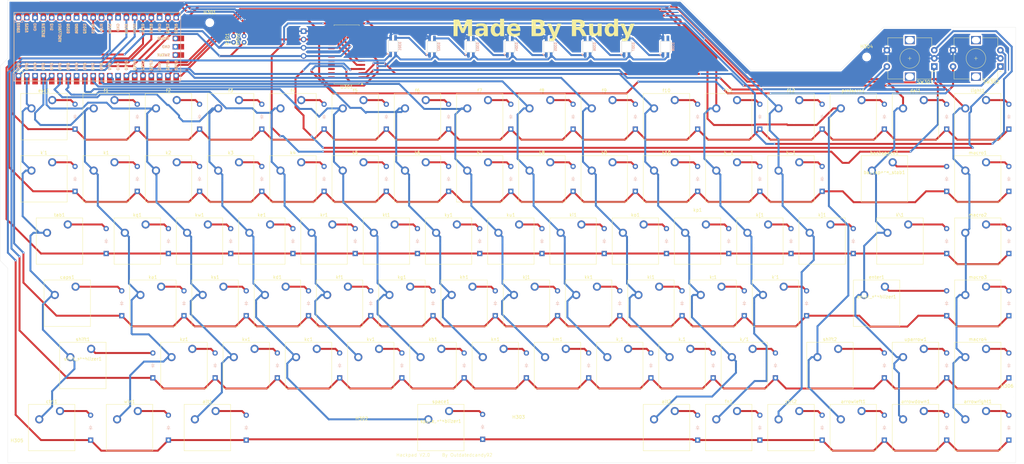
<source format=kicad_pcb>
(kicad_pcb (version 20240108) (generator "pcbnew") (generator_version "8.0")
  (layers (0 "F.Cu" signal) (31 "B.Cu" signal) (34 "B.Paste" user) (35 "F.Paste" user) (36 "B.SilkS" user "B.Silkscreen") (37 "F.SilkS" user "F.Silkscreen") (38 "B.Mask" user) (39 "F.Mask" user) (44 "Edge.Cuts" user))
  (net 0 "")
  (net 1 "Net-(D57-A)")
  (net 2 "Col3")
  (net 3 "Net-(D81-A)")
  (net 4 "Col11")
  (net 5 "Col15")
  (net 6 "Net-(D93-A)")
  (net 7 "Net-(D90-A)")
  (net 8 "Col14")
  (net 9 "Col16")
  (net 10 "Net-(D96-A)")
  (net 11 "Net-(D31-A)")
  (net 12 "Net-(D49-A)")
  (net 13 "Col1")
  (net 14 "Net-(D51-A)")
  (net 15 "Net-(D87-A)")
  (net 16 "Col13")
  (net 17 "Net-(D1-A)")
  (net 18 "Row1")
  (net 19 "Net-(D2-A)")
  (net 20 "Net-(D3-A)")
  (net 21 "Net-(D4-A)")
  (net 22 "Net-(D5-A)")
  (net 23 "Net-(D6-A)")
  (net 24 "Net-(D7-A)")
  (net 25 "Net-(D8-A)")
  (net 26 "Net-(D9-A)")
  (net 27 "Net-(D10-A)")
  (net 28 "Net-(D11-A)")
  (net 29 "Net-(D12-A)")
  (net 30 "Net-(D13-A)")
  (net 31 "Net-(D14-A)")
  (net 32 "Net-(D15-A)")
  (net 33 "Net-(D16-A)")
  (net 34 "Row2")
  (net 35 "Net-(D17-A)")
  (net 36 "Net-(D18-A)")
  (net 37 "Net-(D19-A)")
  (net 38 "Net-(D20-A)")
  (net 39 "Net-(D21-A)")
  (net 40 "Net-(D22-A)")
  (net 41 "Net-(D23-A)")
  (net 42 "Net-(D24-A)")
  (net 43 "Net-(D25-A)")
  (net 44 "Net-(D26-A)")
  (net 45 "Net-(D27-A)")
  (net 46 "Net-(D28-A)")
  (net 47 "Net-(D29-A)")
  (net 48 "Net-(D32-A)")
  (net 49 "Net-(D33-A)")
  (net 50 "Row3")
  (net 51 "Net-(D34-A)")
  (net 52 "Net-(D35-A)")
  (net 53 "Net-(D36-A)")
  (net 54 "Net-(D37-A)")
  (net 55 "Net-(D38-A)")
  (net 56 "Net-(D39-A)")
  (net 57 "Net-(D40-A)")
  (net 58 "Net-(D41-A)")
  (net 59 "Net-(D42-A)")
  (net 60 "Net-(D43-A)")
  (net 61 "Net-(D44-A)")
  (net 62 "Net-(D45-A)")
  (net 63 "Net-(D47-A)")
  (net 64 "Net-(D48-A)")
  (net 65 "Row4")
  (net 66 "Net-(D50-A)")
  (net 67 "Row5")
  (net 68 "Row6")
  (net 69 "Net-(D52-A)")
  (net 70 "Net-(D53-A)")
  (net 71 "Net-(D54-A)")
  (net 72 "Net-(D55-A)")
  (net 73 "Net-(D56-A)")
  (net 74 "Net-(D58-A)")
  (net 75 "Net-(D59-A)")
  (net 76 "Net-(D60-A)")
  (net 77 "Net-(D61-A)")
  (net 78 "Net-(D62-A)")
  (net 79 "Net-(D64-A)")
  (net 80 "Net-(D65-A)")
  (net 81 "Net-(D67-A)")
  (net 82 "Net-(D68-A)")
  (net 83 "Net-(D70-A)")
  (net 84 "Net-(D71-A)")
  (net 85 "Net-(D73-A)")
  (net 86 "Net-(D74-A)")
  (net 87 "Net-(D76-A)")
  (net 88 "Net-(D77-A)")
  (net 89 "Net-(D79-A)")
  (net 90 "Net-(D80-A)")
  (net 91 "Net-(D82-A)")
  (net 92 "Net-(D83-A)")
  (net 93 "Net-(D84-A)")
  (net 94 "Net-(D86-A)")
  (net 95 "Net-(D94-A)")
  (net 96 "Net-(D95-A)")
  (net 97 "Col2")
  (net 98 "Col4")
  (net 99 "Col5")
  (net 100 "Col6")
  (net 101 "Col7")
  (net 102 "Col8")
  (net 103 "Col9")
  (net 104 "Col10")
  (net 105 "Col12")
  (net 106 "Net-(D85-A)")
  (net 123 "Net-(D301-DOUT)")
  (net 124 "Net-(D302-DOUT)")
  (net 125 "Net-(D303-DOUT)")
  (net 126 "Net-(D304-DOUT)")
  (net 127 "Net-(D305-DOUT)")
  (net 128 "Net-(D306-DOUT)")
  (net 129 "Net-(D307-DOUT)")
  (net 130 "vdd")
  (net 131 "led")
  (net 132 "gnd")
  (net 134 "sda")
  (net 135 "scl")
  (net 136 "rotb2")
  (net 137 "rota2")
  (net 138 "sw2")
  (net 139 "rota")
  (net 140 "sw1")
  (net 141 "rotb")
  (footprint "ScottoKeebs_MX:MX_PCB_2.25u" (layer "F.Cu") (at 301.545625 146.446875)
    (property "Reference" "enter1")
    (property "Value" "Keyswitch")
  )
  (footprint "ScottoKeebs_MX:MX_PCB_1.00u" (layer "F.Cu") (at 199.151875 89.296875)
    (property "Reference" "f8")
    (property "Value" "Keyswitch")
  )
  (footprint "ScottoKeebs_MX:MX_PCB_1.00u" (layer "F.Cu") (at 161.051875 89.296875)
    (property "Reference" "f6")
    (property "Value" "Keyswitch")
  )
  (footprint "ScottoKeebs_MX:MX_PCB_1.00u" (layer "F.Cu") (at 156.289375 146.446875)
    (property "Reference" "kg1")
    (property "Value" "Keyswitch")
  )
  (footprint "MountingHole:MountingHole_2.2mm_M2" (layer "F.Cu") (at 144 185)
    (property "Reference" "H302")
    (property "Value" "MountingHole")
  )
  (footprint "MountingHole:MountingHole_2.2mm_M2" (layer "F.Cu") (at 341.5 175)
    (property "Reference" "H306")
    (property "Value" "MountingHole")
  )
  (footprint "ScottoKeebs_MX:MX_PCB_1.00u" (layer "F.Cu") (at 199.151875 108.346875)
    (property "Reference" "k8")
    (property "Value" "Keyswitch")
  )
  (footprint "ScottoKeebs_MCU:Raspberry_Pi_Pico" (layer "F.Cu") (at 63.103125 67.865625 90)
    (property "Reference" "U1" (hide yes))
    (property "Value" "Raspberry_Pi_Pico" (hide yes))
  )
  (footprint "ScottoKeebs_MX:MX_PCB_1.75u" (layer "F.Cu") (at 287.258125 165.496875)
    (property "Reference" "shift2")
    (property "Value" "Keyswitch")
  )
  (footprint "ScottoKeebs_Components:LED_SK6812MINI" (layer "F.Cu") (at 201.215625 67.865625 90)
    (property "Reference" "D305")
    (property "Value" "LED_SK6812MINI" (hide yes))
    (fp_line (start 1.7 -1.5) (end -1.7 -1.5) (stroke (width 0.12)) (layer "Edge.Cuts"))
    (fp_line (start -1.7 -1.5) (end -1.7 1.5) (stroke (width 0.12)) (layer "Edge.Cuts"))
    (fp_line (start 1.7 1.5) (end 1.7 -1.5) (stroke (width 0.12)) (layer "Edge.Cuts"))
    (fp_line (start -1.7 1.5) (end 1.7 1.5) (stroke (width 0.12)) (layer "Edge.Cuts"))
  )
  (footprint "ScottoKeebs_MX:MX_PCB_1.00u" (layer "F.Cu") (at 180.101875 89.296875)
    (property "Reference" "f7")
    (property "Value" "Keyswitch")
  )
  (footprint "ScottoKeebs_MX:MX_PCB_1.00u" (layer "F.Cu") (at 237.251875 184.546875)
    (property "Reference" "alt2")
    (property "Value" "Keyswitch")
  )
  (footprint "ScottoKeebs_MX:MX_PCB_1.00u" (layer "F.Cu") (at 232.489375 146.446875)
    (property "Reference" "kl1")
    (property "Value" "Keyswitch")
  )
  (footprint "ScottoKeebs_MX:MX_PCB_1.00u" (layer "F.Cu") (at 208.676875 127.396875)
    (property "Reference" "ki1")
    (property "Value" "Keyswitch")
  )
  (footprint "ScottoKeebs_MX:MX_PCB_1.00u" (layer "F.Cu") (at 284.876875 127.396875)
    (property "Reference" "k]1")
    (property "Value" "Keyswitch")
  )
  (footprint "ScottoKeebs_Stabilizer:Stabilizer_MX_2.00u" (layer "F.Cu") (at 303.926875 108.346875)
    (property "Reference" "backspace_stab1")
    (property "Value" "Keyswitch")
  )
  (footprint "ScottoKeebs_MX:MX_PCB_1.00u" (layer "F.Cu") (at 161.051875 108.346875)
    (property "Reference" "k6")
    (property "Value" "Keyswitch")
  )
  (footprint "ScottoKeebs_MX:MX_PCB_1.00u" (layer "F.Cu") (at 332.501875 127.396875)
    (property "Reference" "macro2")
    (property "Value" "Keyswitch")
  )
  (footprint "ScottoKeebs_MX:MX_PCB_1.00u" (layer "F.Cu") (at 94.376875 127.396875)
    (property "Reference" "kw1")
    (property "Value" "Keyswitch")
  )
  (footprint "ScottoKeebs_MX:MX_PCB_1.00u" (layer "F.Cu") (at 89.614375 165.496875)
    (property "Reference" "kz1")
    (property "Value" "Keyswitch")
  )
  (footprint "ScottoKeebs_Stabilizer:Stabilizer_MX_6.25u" (layer "F.Cu") (at 168.195625 184.546875)
    (property "Reference" "space_stablizer1")
    (property "Value" "Keyswitch")
  )
  (footprint "ScottoKeebs_MX:MX_PCB_2.00u" (layer "F.Cu") (at 303.926875 108.346875)
    (property "Reference" "backspace1")
    (property "Value" "Keyswitch")
  )
  (footprint "ScottoKeebs_MX:MX_PCB_1.25u" (layer "F.Cu") (at 72.945625 184.546875)
    (property "Reference" "win1")
    (property "Value" "Keyswitch")
  )
  (footprint "ScottoKeebs_MX:MX_PCB_1.00u" (layer "F.Cu") (at 332.501875 165.496875)
    (property "Reference" "macro4")
    (property "Value" "Keyswitch")
  )
  (footprint "ScottoKeebs_MX:MX_PCB_1.00u" (layer "F.Cu") (at 294.401875 184.546875)
    (property "Reference" "arrowleft1")
    (property "Value" "Keyswitch")
  )
  (footprint "ScottoKeebs_MX:MX_PCB_1.50u" (layer "F.Cu") (at 308.689375 127.396875)
    (property "Reference" "k\\1")
    (property "Value" "Keyswitch")
  )
  (footprint "ScottoKeebs_MX:MX_PCB_1.00u" (layer "F.Cu") (at 175.339375 146.446875)
    (property "Reference" "kh1")
    (property "Value" "Keyswitch")
  )
  (footprint "ScottoKeebs_MX:MX_PCB_1.00u" (layer "F.Cu") (at 313.451875 89.296875)
    (property "Reference" "del1")
    (property "Value" "Keyswitch")
  )
  (footprint "ScottoKeebs_Components:LED_SK6812MINI" (layer "F.Cu") (at 153.590625 67.696875 90)
    (property "Reference" "D301")
    (property "Value" "LED_SK6812MINI" (hide yes))
    (fp_line (start 1.7 -1.5) (end -1.7 -1.5) (stroke (width 0.12)) (layer "Edge.Cuts"))
    (fp_line (start -1.7 -1.5) (end -1.7 1.5) (stroke (width 0.12)) (layer "Edge.Cuts"))
    (fp_line (start 1.7 1.5) (end 1.7 -1.5) (stroke (width 0.12)) (layer "Edge.Cuts"))
    (fp_line (start -1.7 1.5) (end 1.7 1.5) (stroke (width 0.12)) (layer "Edge.Cuts"))
  )
  (footprint "ScottoKeebs_MX:MX_PCB_1.00u" (layer "F.Cu") (at 84.851875 108.346875)
    (property "Reference" "k2")
    (property "Value" "Keyswitch")
  )
  (footprint "ScottoKeebs_MX:MX_PCB_1.00u" (layer "F.Cu") (at 332.501875 108.346875)
    (property "Reference" "macro1")
    (property "Value" "Keyswitch")
  )
  (footprint "ScottoKeebs_MX:MX_PCB_1.00u" (layer "F.Cu") (at 142.001875 89.296875)
    (property "Reference" "f5")
    (property "Value" "Keyswitch")
  )
  (footprint "Resistor_THT:R_Axial_DIN0204_L3.6mm_D1.6mm_P1.90mm_Vertical" (layer "F.Cu") (at 104.8 66.505 90)
    (property "Reference" "R301")
    (property "Value" "4.7k")
  )
  (footprint "ScottoKeebs_MX:MX_PCB_1.00u" (layer "F.Cu") (at 332.501875 184.546875)
    (property "Reference" "arrowright1")
    (property "Value" "Keyswitch")
  )
  (footprint "ScottoKeebs_MX:MX_PCB_1.00u" (layer "F.Cu") (at 275.351875 108.346875)
    (property "Reference" "k=1")
    (property "Value" "Keyswitch")
  )
  (footprint "ScottoKeebs_MX:MX_PCB_1.00u" (layer "F.Cu") (at 165.814375 165.496875)
    (property "Reference" "kb1")
    (property "Value" "Keyswitch")
  )
  (footprint "ScottoKeebs_Components:LED_SK6812MINI" (layer "F.Cu") (at 177.403125 67.865625 90)
    (property "Reference" "D303")
    (property "Value" "LED_SK6812MINI" (hide yes))
    (fp_line (start 1.7 -1.5) (end -1.7 -1.5) (stroke (width 0.12)) (layer "Edge.Cuts"))
    (fp_line (start -1.7 -1.5) (end -1.7 1.5) (stroke (width 0.12)) (layer "Edge.Cuts"))
    (fp_line (start 1.7 1.5) (end 1.7 -1.5) (stroke (width 0.12)) (layer "Edge.Cuts"))
    (fp_line (start -1.7 1.5) (end 1.7 1.5) (stroke (width 0.12)) (layer "Edge.Cuts"))
  )
  (footprint "ScottoKeebs_MX:MX_PCB_1.00u" (layer "F.Cu") (at 332.501875 146.446875)
    (property "Reference" "macro3")
    (property "Value" "Keyswitch")
  )
  (footprint "ScottoKeebs_MX:MX_PCB_1.00u" (layer "F.Cu") (at 122.951875 108.346875)
    (property "Reference" "k4")
    (property "Value" "Keyswitch")
  )
  (footprint "ScottoKeebs_Stabilizer:Stabilizer_MX_2.00u" (layer "F.Cu") (at 301.545625 146.446875)
    (property "Reference" "enter_stablizer1")
    (property "Value" "Keyswitch")
  )
  (footprint "ScottoKeebs_MX:MX_PCB_1.00u" (layer "F.Cu") (at 246.776875 127.396875)
    (property "Reference" "kp1")
    (property "Value" "Keyswitch")
  )
  (footprint "ScottoKeebs_MX:MX_PCB_1.00u" (layer "F.Cu") (at 237.251875 89.296875)
    (property "Reference" "f10")
    (property "Value" "Keyswitch")
  )
  (footprint "ScottoKeebs_MX:MX_PCB_1.00u" (layer "F.Cu") (at 122.951875 89.296875)
    (property "Reference" "f4")
    (property "Value" "Keyswitch")
  )
  (footprint "ScottoKeebs_Components:LED_SK6812MINI" (layer "F.Cu") (at 213.121875 67.865625 90)
    (property "Reference" "D306")
    (property "Value" "LED_SK6812MINI" (hide yes))
    (fp_line (start 1.7 -1.5) (end -1.7 -1.5) (stroke (width 0.12)) (layer "Edge.Cuts"))
    (fp_line (start -1.7 -1.5) (end -1.7 1.5) (stroke (width 0.12)) (layer "Edge.Cuts"))
    (fp_line (start 1.7 1.5) (end 1.7 -1.5) (stroke (width 0.12)) (layer "Edge.Cuts"))
    (fp_line (start -1.7 1.5) (end 1.7 1.5) (stroke (width 0.12)) (layer "Edge.Cuts"))
  )
  (footprint "ScottoKeebs_MX:MX_PCB_6.25u" (layer "F.Cu") (at 168.195625 184.546875)
    (property "Reference" "space1")
    (property "Value" "Keyswitch" (hide yes))
  )
  (footprint "ScottoKeebs_MX:MX_PCB_1.00u" (layer "F.Cu") (at 118.189375 146.446875)
    (property "Reference" "kd1")
    (property "Value" "Keyswitch")
  )
  (footprint "ScottoKeebs_MX:MX_PCB_1.50u" (layer "F.Cu") (at 51.514375 127.396875)
    (property "Reference" "tab1")
    (property "Value" "Keyswitch")
  )
  (footprint "MountingHole:MountingHole_2.2mm_M2" (layer "F.Cu") (at 97.5 60.5)
    (property "Reference" "H301")
    (property "Value" "MountingHole")
  )
  (footprint "ScottoKeebs_MX:MX_PCB_1.00u" (layer "F.Cu") (at 170.576875 127.396875)
    (property "Reference" "ky1")
    (property "Value" "Keyswitch")
  )
  (footprint "ScottoKeebs_MX:MX_PCB_1.00u" (layer "F.Cu") (at 80.089375 146.446875)
    (property "Reference" "ka1")
    (property "Value" "Keyswitch")
  )
  (footprint "ScottoKeebs_MX:MX_PCB_1.00u" (layer "F.Cu") (at 275.351875 184.546875)
    (property "Reference" "ctrl2")
    (property "Value" "Keyswitch")
  )
  (footprint "Package_SO:SOIC-28W_7.5x17.9mm_P1.27mm" (layer "F.Cu") (at 139.3825 70.246875 180)
    (property "Reference" "U301")
    (property "Value" "MCP23017_SO")
  )
  (footprint "ScottoKeebs_MX:MX_PCB_1.00u" (layer "F.Cu") (at 189.626875 127.396875)
    (property "Reference" "ku1")
    (property "Value" "Keyswitch")
  )
  (footprint "ScottoKeebs_MX:MX_PCB_1.00u" (layer "F.Cu") (at 184.864375 165.496875)
    (property "Reference" "kn1")
    (property "Value" "Keyswitch")
  )
  (footprint "ScottoKeebs_MX:MX_PCB_1.00u" (layer "F.Cu") (at 180.101875 108.346875)
    (property "Reference" "k7")
    (property "Value" "Keyswitch")
  )
  (footprint "ScottoKeebs_MX:MX_PCB_1.00u" (layer "F.Cu") (at 227.726875 127.396875)
    (property "Reference" "ko1")
    (property "Value" "Keyswitch")
  )
  (footprint "ScottoKeebs_MX:MX_PCB_1.00u" (layer "F.Cu") (at 313.451875 184.546875)
    (property "Reference" "arrowdown1")
    (property "Value" "Keyswitch")
  )
  (footprint "Resistor_THT:R_Axial_DIN0204_L3.6mm_D1.6mm_P1.90mm_Vertical" (layer "F.Cu") (at 108 66.505 90)
    (property "Reference" "R302")
    (property "Value" "4.7k")
  )
  (footprint "Rotary_Encoder:RotaryEncoder_Alps_EC12E-Switch_Vertical_H20mm" (layer "F.Cu") (at 319.19375 73.9375 180)
    (property "Reference" "SW301")
    (property "Value" "RotaryEncoder_Switch")
  )
  (footprint "ScottoKeebs_MX:MX_PCB_1.00u" (layer "F.Cu") (at 46.751875 89.296875)
    (property "Reference" "esc1")
    (property "Value" "Keyswitch")
  )
  (footprint "MountingHole:MountingHole_2.2mm_M2" (layer "F.Cu") (at 298.5 71)
    (property "Reference" "H304")
    (property "Value" "MountingHole")
  )
  (footprint "ScottoKeebs_MX:MX_PCB_1.00u" (layer "F.Cu") (at 251.539375 146.446875)
    (property "Reference" "k;1")
    (property "Value" "Keyswitch")
  )
  (footprint "ScottoKeebs_MX:MX_PCB_1.00u" (layer "F.Cu") (at 218.201875 89.296875)
    (property "Reference" "f9")
    (property "Value" "Keyswitch")
  )
  (footprint "ScottoKeebs_MX:MX_PCB_1.00u" (layer "F.Cu") (at 146.764375 165.496875)
    (property "Reference" "kv1")
    (property "Value" "Keyswitch")
  )
  (footprint "ScottoKeebs_MX:MX_PCB_1.00u" (layer "F.Cu") (at 294.401875 89.296875)
    (property "Reference" "prntscrn1")
    (property "Value" "Keyswitch")
  )
  (footprint "ScottoKeebs_Components:LED_SK6812MINI" (layer "F.Cu") (at 165.496875 67.865625 90)
    (property "Reference" "D302")
    (property "Value" "LED_SK6812MINI" (hide yes))
    (fp_line (start 1.7 -1.5) (end -1.7 -1.5) (stroke (width 0.12)) (layer "Edge.Cuts"))
    (fp_line (start -1.7 -1.5) (end -1.7 1.5) (stroke (width 0.12)) (layer "Edge.Cuts"))
    (fp_line (start 1.7 1.5) (end 1.7 -1.5) (stroke (width 0.12)) (layer "Edge.Cuts"))
    (fp_line (start -1.7 1.5) (end 1.7 1.5) (stroke (width 0.12)) (layer "Edge.Cuts"))
  )
  (footprint "ScottoKeebs_MX:MX_PCB_1.00u" (layer "F.Cu") (at 108.664375 165.496875)
    (property "Reference" "kx1")
    (property "Value" "Keyswitch")
  )
  (footprint "MountingHole:MountingHole_2.2mm_M2" (layer "F.Cu") (at 38.5 191.690625)
    (property "Reference" "H305")
    (property "Value" "MountingHole")
  )
  (footprint "ScottoKeebs_MX:MX_PCB_1.00u" (layer "F.Cu") (at 127.714375 165.496875)
    (property "Reference" "kc1")
    (property "Value" "Keyswitch")
  )
  (footprint "ScottoKeebs_MX:MX_PCB_1.00u" (layer "F.Cu") (at 222.964375 165.496875)
    (property "Reference" "k,1")
    (property "Value" "Keyswitch")
  )
  (footprint "ScottoKeebs_MX:MX_PCB_2.25u" (layer "F.Cu") (at 58.658125 165.496875)
    (property "Reference" "shift1")
    (property "Value" "Keyswitch")
  )
  (footprint "ScottoKeebs_MX:MX_PCB_1.00u" (layer "F.Cu") (at 103.901875 89.296875)
    (property "Reference" "f3")
    (property "Value" "Keyswitch")
  )
  (footprint "ScottoKeebs_MX:MX_PCB_1.00u" (layer "F.Cu") (at 275.351875 89.296875)
    (property "Reference" "f12")
    (property "Value" "Keyswitch")
  )
  (footprint "ScottoKeebs_MX:MX_PCB_1.00u" (layer "F.Cu") (at 137.239375 146.446875)
    (property "Reference" "kf1")
    (property "Value" "Keyswitch")
  )
  (footprint "ScottoKeebs_Components:LED_SK6812MINI" (layer "F.Cu") (at 225.028125 67.865625 90)
    (property "Reference" "D307")
    (property "Value" "LED_SK6812MINI" (hide yes))
    (fp_line (start 1.7 -1.5) (end -1.7 -1.5) (stroke (width 0.12)) (layer "Edge.Cuts"))
    (fp_line (start -1.7 -1.5) (end -1.7 1.5) (stroke (width 0.12)) (layer "Edge.Cuts"))
    (fp_line (start 1.7 1.5) (end 1.7 -1.5) (stroke (width 0.12)) (layer "Edge.Cuts"))
    (fp_line (start -1.7 1.5) (end 1.7 1.5) (stroke (width 0.12)) (layer "Edge.Cuts"))
  )
  (footprint "ScottoKeebs_MX:MX_PCB_1.00u" (layer "F.Cu") (at 256.301875 108.346875)
    (property "Reference" "k-1")
    (property "Value" "Keyswitch")
  )
  (footprint "ScottoKeebs_MX:MX_PCB_1.00u" (layer "F.Cu") (at 256.301875 89.296875)
    (property "Reference" "f11")
    (property "Value" "Keyswitch")
  )
  (footprint "ScottoKeebs_MX:MX_PCB_1.00u" (layer "F.Cu") (at 113.426875 127.396875)
    (property "Reference" "ke1")
    (property "Value" "Keyswitch")
  )
  (footprint "ScottoKeebs_MX:MX_PCB_1.00u" (layer "F.Cu") (at 99.139375 146.446875)
    (property "Reference" "ks1")
    (property "Value" "Keyswitch")
  )
  (footprint "ScottoKeebs_MX:MX_PCB_1.00u" (layer "F.Cu") (at 256.301875 184.546875)
    (property "Reference" "fn1")
    (property "Value" "Keyswitch")
  )
  (footprint "ScottoKeebs_Components:LED_SK6812MINI" (layer "F.Cu") (at 189.309375 67.865625 90)
    (property "Reference" "D304")
    (property "Value" "LED_SK6812MINI" (hide yes))
    (fp_line (start 1.7 -1.5) (end -1.7 -1.5) (stroke (width 0.12)) (layer "Edge.Cuts"))
    (fp_line (start -1.7 -1.5) (end -1.7 1.5) (stroke (width 0.12)) (layer "Edge.Cuts"))
    (fp_line (start 1.7 1.5) (end 1.7 -1.5) (stroke (width 0.12)) (layer "Edge.Cuts"))
    (fp_line (start -1.7 1.5) (end 1.7 1.5) (stroke (width 0.12)) (layer "Edge.Cuts"))
  )
  (footprint "ScottoKeebs_MX:MX_PCB_1.00u" (layer "F.Cu") (at 65.801875 89.296875)
    (property "Reference" "f1")
    (property "Value" "Keyswitch")
  )
  (footprint "ScottoKeebs_MX:MX_PCB_1.00u" (layer "F.Cu") (at 132.476875 127.396875)
    (property "Reference" "kr1")
    (property "Value" "Keyswitch")
  )
  (footprint "ScottoKeebs_MX:MX_PCB_1.00u" (layer "F.Cu") (at 65.801875 108.346875)
    (property "Reference" "k1")
    (property "Value" "Keyswitch")
  )
  (footprint "ScottoKeebs_MX:MX_PCB_1.75u" (layer "F.Cu") (at 53.895625 146.446875)
    (property "Reference" "caps1")
    (property "Value" "Keyswitch")
  )
  (footprint "ScottoKeebs_MX:MX_PCB_1.00u" (layer "F.Cu") (at 213.439375 146.446875)
    (property "Reference" "kk1")
    (property "Value" "Keyswitch")
  )
  (footprint "ScottoKeebs_MX:MX_PCB_1.00u" (layer "F.Cu") (at 270.589375 146.446875)
    (property "Reference" "k'1")
    (property "Value" "Keyswitch")
  )
  (footprint "ScottoKeebs_MX:MX_PCB_1.00u" (layer "F.Cu") (at 313.451875 165.496875)
    (property "Reference" "uparrow1")
    (property "Value" "Keyswitch")
  )
  (footprint "ScottoKeebs_MX:MX_PCB_1.00u" (layer "F.Cu") (at 151.526875 127.396875)
    (property "Reference" "kt1")
    (property "Value" "Keyswitch")
  )
  (footprint "ScottoKeebs_MX:MX_PCB_1.00u" (layer "F.Cu") (at 261.064375 165.496875)
    (property "Reference" "k/1")
    (property "Value" "Keyswitch")
  )
  (footprint "MountingHole:MountingHole_2.2mm_M2" (layer "F.Cu") (at 192 184.5)
    (property "Reference" "H303")
    (property "Value" "MountingHole")
  )
  (footprint "ScottoKeebs_MX:MX_PCB_1.00u" (layer "F.Cu") (at 194.389375 146.446875)
    (property "Reference" "kj1")
    (property "Value" "Keyswitch")
  )
  (footprint "ScottoKeebs_MX:MX_PCB_1.00u" (layer "F.Cu") (at 75.326875 127.396875)
    (property "Reference" "kq1")
    (property "Value" "Keyswitch")
  )
  (footprint "ScottoKeebs_Stabilizer:Stabilizer_MX_2.00u" (layer "F.Cu") (at 58.658125 165.496875)
    (property "Reference" "shift_stablizer1")
    (property "Value" "Keyswitch")
  )
  (footprint "ScottoKeebs_MX:MX_PCB_1.00u" (layer "F.Cu") (at 142.001875 108.346875)
    (property "Reference" "k5")
    (property "Value" "Keyswitch")
  )
  (footprint "ScottoKeebs_MX:MX_PCB_1.25u" (layer "F.Cu") (at 96.758125 184.546875)
    (property "Reference" "alt1")
    (property "Value" "Keyswitch")
  )
  (footprint "ScottoKeebs_MX:MX_PCB_1.00u" (layer "F.Cu") (at 46.751875 108.346875)
    (property "Reference" "k`1")
    (property "Value" "Keyswitch")
  )
  (footprint "ScottoKeebs_MX:MX_PCB_1.00u" (layer "F.Cu") (at 265.826875 127.396875)
    (property "Reference" "k[1")
    (property "Value" "Keyswitch")
  )
  (footprint "ScottoKeebs_MX:MX_PCB_1.25u" (layer "F.Cu") (at 49.133125 184.546875)
    (property "Reference" "ctrl1")
    (property "Value" "Keyswitch")
  )
  (footprint "ScottoKeebs_MX:MX_PCB_1.00u" (layer "F.Cu") (at 84.851875 89.296875)
    (property "Reference" "f2")
    (property "Value" "Keyswitch")
  )
  (footprint "ScottoKeebs_Components:LED_SK6812MINI" (layer "F.Cu") (at 236.934375 67.865625 90)
    (property "Reference" "D308")
    (property "Value" "LED_SK6812MINI" (hide yes))
    (fp_line (start 1.7 -1.5) (end -1.7 -1.5) (stroke (width 0.12)) (layer "Edge.Cuts"))
    (fp_line (start -1.7 -1.5) (end -1.7 1.5) (stroke (width 0.12)) (layer "Edge.Cuts"))
    (fp_line (start 1.7 1.5) (end 1.7 -1.5) (stroke (width 0.12)) (layer "Edge.Cuts"))
    (fp_line (start -1.7 1.5) (end 1.7 1.5) (stroke (width 0.12)) (layer "Edge.Cuts"))
  )
  (footprint "ScottoKeebs_MX:MX_PCB_1.00u" (layer "F.Cu") (at 103.901875 108.346875)
    (property "Reference" "k3")
    (property "Value" "Keyswitch")
  )
  (footprint "ScottoKeebs_MX:MX_PCB_1.00u" (layer "F.Cu") (at 332.501875 89.296875)
    (property "Reference" "light1")
    (property "Value" "Keyswitch")
  )
  (footprint "ScottoKeebs_Components:OLED_128x32" (layer "F.Cu") (at 127.80625 72.903125 180)
    (property "Reference" "J302" (hide yes))
    (property "Value" "OLED_128x32")
  )
  (footprint "ScottoKeebs_MX:MX_PCB_1.00u" (layer "F.Cu") (at 203.914375 165.496875)
    (property "Reference" "km1")
    (property "Value" "Keyswitch")
  )
  (footprint "ScottoKeebs_MX:MX_PCB_1.00u" (layer "F.Cu") (at 218.201875 108.346875)
    (property "Reference" "k9")
    (property "Value" "Keyswitch")
  )
  (footprint "ScottoKeebs_MX:MX_PCB_1.00u" (layer "F.Cu") (at 237.251875 108.346875)
    (property "Reference" "k10")
    (property "Value" "Keyswitch")
  )
  (footprint "ScottoKeebs_MX:MX_PCB_1.00u" (layer "F.Cu") (at 242.014375 165.496875)
    (property "Reference" "k.1")
    (property "Value" "Keyswitch")
  )
  (footprint "Rotary_Encoder:RotaryEncoder_Alps_EC12E-Switch_Vertical_H20mm" (layer "F.Cu") (at 339.434375 73.9375 180)
    (property "Reference" "SW302")
    (property "Value" "RotaryEncoder_Switch")
  )
  (footprint "ScottoKeebs_Components:Diode_DO-35" (layer "B.Cu") (at 84.851875 131.206875 90)
    (property "Reference" "D34" (hide yes))
    (property "Value" "Diode" (hide yes))
  )
  (footprint "ScottoKeebs_Components:Diode_DO-35" (layer "B.Cu") (at 156.289375 169.306875 90)
    (property "Reference" "D62" (hide yes))
    (property "Value" "Diode" (hide yes))
  )
  (footprint "ScottoKeebs_Components:Diode_DO-35" (layer "B.Cu") (at 199.151875 131.206875 90)
    (property "Reference" "D40" (hide yes))
    (property "Value" "Diode" (hide yes))
  )
  (footprint "ScottoKeebs_Components:Diode_DO-35" (layer "B.Cu") (at 180.101875 131.206875 90)
    (property "Reference" "D39" (hide yes))
    (property "Value" "Diode" (hide yes))
  )
  (footprint "ScottoKeebs_Components:Diode_DO-35" (layer "B.Cu") (at 227.726875 93.106875 90)
    (property "Reference" "D10" (hide yes))
    (property "Value" "Diode" (hide yes))
  )
  (footprint "ScottoKeebs_Components:Diode_DO-35" (layer "B.Cu") (at 251.539375 169.306875 90)
    (property "Reference" "D77" (hide yes))
    (property "Value" "Diode" (hide yes))
  )
  (footprint "ScottoKeebs_Components:Diode_DO-35" (layer "B.Cu") (at 142.001875 131.206875 90)
    (property "Reference" "D37" (hide yes))
    (property "Value" "Diode" (hide yes))
  )
  (footprint "ScottoKeebs_Components:Diode_DO-35" (layer "B.Cu") (at 189.626875 112.156875 90)
    (property "Reference" "D24" (hide yes))
    (property "Value" "Diode" (hide yes))
  )
  (footprint "ScottoKeebs_Components:Diode_DO-35" (layer "B.Cu") (at 170.576875 93.106875 90)
    (property "Reference" "D7" (hide yes))
    (property "Value" "Diode" (hide yes))
  )
  (footprint "ScottoKeebs_Components:Diode_DO-35" (layer "B.Cu") (at 161.051875 131.206875 90)
    (property "Reference" "D38" (hide yes))
    (property "Value" "Diode" (hide yes))
  )
  (footprint "ScottoKeebs_Components:Diode_DO-35" (layer "B.Cu") (at 284.876875 188.356875 90)
    (property "Reference" "D87" (hide yes))
    (property "Value" "Diode" (hide yes))
  )
  (footprint "ScottoKeebs_Components:Diode_DO-35" (layer "B.Cu") (at 256.301875 131.206875 90)
    (property "Reference" "D43" (hide yes))
    (property "Value" "Diode" (hide yes))
  )
  (footprint "ScottoKeebs_Components:Diode_DO-35" (layer "B.Cu") (at 294.401875 131.206875 90)
    (property "Reference" "D45" (hide yes))
    (property "Value" "Diode" (hide yes))
  )
  (footprint "ScottoKeebs_Components:Diode_DO-35" (layer "B.Cu") (at 113.426875 112.156875 90)
    (property "Reference" "D20" (hide yes))
    (property "Value" "Diode" (hide yes))
  )
  (footprint "ScottoKeebs_Components:Diode_DO-35" (layer "B.Cu") (at 84.851875 188.356875 90)
    (property "Reference" "D54" (hide yes))
    (property "Value" "Diode" (hide yes))
  )
  (footprint "ScottoKeebs_Components:Diode_DO-35" (layer "B.Cu") (at 170.576875 112.156875 90)
    (property "Reference" "D23" (hide yes))
    (property "Value" "Diode" (hide yes))
  )
  (footprint "ScottoKeebs_Components:Diode_DO-35" (layer "B.Cu") (at 127.714375 150.256875 90)
    (property "Reference" "D58" (hide yes))
    (property "Value" "Diode" (hide yes))
  )
  (footprint "ScottoKeebs_Components:Diode_DO-35" (layer "B.Cu") (at 75.326875 112.156875 90)
    (property "Reference" "D18" (hide yes))
    (property "Value" "Diode" (hide yes))
  )
  (footprint "ScottoKeebs_Components:Diode_DO-35" (layer "B.Cu") (at 137.239375 169.306875 90)
    (property "Reference" "D59" (hide yes))
    (property "Value" "Diode" (hide yes))
  )
  (footprint "ScottoKeebs_Components:Diode_DO-35" (layer "B.Cu") (at 342.026875 150.256875 90)
    (property "Reference" "D94" (hide yes))
    (property "Value" "Diode" (hide yes))
  )
  (footprint "ScottoKeebs_Components:Diode_DO-35" (layer "B.Cu") (at 180.9875 188.11875 90)
    (property "Reference" "D60" (hide yes))
    (property "Value" "Diode" (hide yes))
  )
  (footprint "ScottoKeebs_Components:Diode_DO-35" (layer "B.Cu") (at 80.089375 169.306875 90)
    (property "Reference" "D50" (hide yes))
    (property "Value" "Diode" (hide yes))
  )
  (footprint "ScottoKeebs_Components:Diode_DO-35" (layer "B.Cu") (at 261.064375 150.256875 90)
    (property "Reference" "D79" (hide yes))
    (property "Value" "Diode" (hide yes))
  )
  (footprint "ScottoKeebs_Components:Diode_DO-35" (layer "B.Cu") (at 342.026875 93.106875 90)
    (property "Reference" "D16" (hide yes))
    (property "Value" "Diode" (hide yes))
  )
  (footprint "ScottoKeebs_Components:Diode_DO-35" (layer "B.Cu") (at 108.664375 150.256875 90)
    (property "Reference" "D55" (hide yes))
    (property "Value" "Diode" (hide yes))
  )
  (footprint "ScottoKeebs_Components:Diode_DO-35" (layer "B.Cu") (at 108.664375 188.356875 90)
    (property "Reference" "D57" (hide yes))
    (property "Value" "Diode" (hide yes))
  )
  (footprint "ScottoKeebs_Components:Diode_DO-35" (layer "B.Cu") (at 342.026875 188.356875 90)
    (property "Reference" "D96" (hide yes))
    (property "Value" "Diode" (hide yes))
  )
  (footprint "ScottoKeebs_Components:Diode_DO-35" (layer "B.Cu") (at 242.014375 150.256875 90)
    (property "Reference" "D76" (hide yes))
    (property "Value" "Diode" (hide yes))
  )
  (footprint "ScottoKeebs_Components:Diode_DO-35" (layer "B.Cu") (at 270.589375 169.306875 90)
    (property "Reference" "D80" (hide yes))
    (property "Value" "Diode" (hide yes))
  )
  (footprint "ScottoKeebs_Components:Diode_DO-35" (layer "B.Cu") (at 246.776875 112.156875 90)
    (property "Reference" "D27" (hide yes))
    (property "Value" "Diode" (hide yes))
  )
  (footprint "ScottoKeebs_Components:Diode_DO-35" (layer "B.Cu") (at 94.376875 112.156875 90)
    (property "Reference" "D19" (hide yes))
    (property "Value" "Diode" (hide yes))
  )
  (footprint "ScottoKeebs_Components:Diode_DO-35" (layer "B.Cu") (at 218.201875 131.206875 90)
    (property "Reference" "D41" (hide yes))
    (property "Value" "Diode" (hide yes))
  )
  (footprint "ScottoKeebs_Components:Diode_DO-35" (layer "B.Cu") (at 94.376875 93.106875 90)
    (property "Reference" "D3" (hide yes))
    (property "Value" "Diode" (hide yes))
  )
  (footprint "ScottoKeebs_Components:Diode_DO-35" (layer "B.Cu") (at 246.776875 93.106875 90)
    (property "Reference" "D11" (hide yes))
    (property "Value" "Diode" (hide yes))
  )
  (footprint "ScottoKeebs_Components:Diode_DO-35" (layer "B.Cu") (at 75.326875 93.106875 90)
    (property "Reference" "D2" (hide yes))
    (property "Value" "Diode" (hide yes))
  )
  (footprint "ScottoKeebs_Components:Diode_DO-35" (layer "B.Cu") (at 61.039375 188.356875 90)
    (property "Reference" "D51" (hide yes))
    (property "Value" "Diode" (hide yes))
  )
  (footprint "ScottoKeebs_Components:Diode_DO-35" (layer "B.Cu") (at 342.026875 131.206875 90)
    (property "Reference" "D48" (hide yes))
    (property "Value" "Diode" (hide yes))
  )
  (footprint "ScottoKeebs_Components:Diode_DO-35" (layer "B.Cu") (at 103.901875 131.206875 90)
    (property "Reference" "D35" (hide yes))
    (property "Value" "Diode" (hide yes))
  )
  (footprint "ScottoKeebs_Components:Diode_DO-35" (layer "B.Cu") (at 322.976875 93.106875 90)
    (property "Reference" "D15" (hide yes))
    (property "Value" "Diode" (hide yes))
  )
  (footprint "ScottoKeebs_Components:Diode_DO-35" (layer "B.Cu") (at 165.814375 150.256875 90)
    (property "Reference" "D64" (hide yes))
    (property "Value" "Diode" (hide yes))
  )
  (footprint "ScottoKeebs_Components:Diode_DO-35" (layer "B.Cu") (at 322.976875 112.156875 90)
    (property "Reference" "D31" (hide yes))
    (property "Value" "Diode" (hide yes))
  )
  (footprint "ScottoKeebs_Components:Diode_DO-35" (layer "B.Cu") (at 113.426875 93.106875 90)
    (property "Reference" "D4" (hide yes))
    (property "Value" "Diode" (hide yes))
  )
  (footprint "ScottoKeebs_Components:Diode_DO-35" (layer "B.Cu") (at 342.026875 169.306875 90)
    (property "Reference" "D95" (hide yes))
    (property "Value" "Diode" (hide yes))
  )
  (footprint "ScottoKeebs_Components:Diode_DO-35" (layer "B.Cu") (at 237.251875 131.206875 90)
    (property "Reference" "D42" (hide yes))
    (property "Value" "Diode" (hide yes))
  )
  (footprint "ScottoKeebs_Components:Diode_DO-35" (layer "B.Cu") (at 322.976875 150.256875 90)
    (property "Reference" "D85" (hide yes))
    (property "Value" "Diode" (hide yes))
  )
  (footprint "ScottoKeebs_Components:Diode_DO-35" (layer "B.Cu") (at 222.964375 150.256875 90)
    (property "Reference" "D73" (hide yes))
    (property "Value" "Diode" (hide yes))
  )
  (footprint "ScottoKeebs_Components:Diode_DO-35" (layer "B.Cu") (at 56.276875 93.106875 90)
    (property "Reference" "D1" (hide yes))
    (property "Value" "Diode" (hide yes))
  )
  (footprint "ScottoKeebs_Components:Diode_DO-35" (layer "B.Cu") (at 342.026875 112.156875 90)
    (property "Reference" "D32" (hide yes))
    (property "Value" "Diode" (hide yes))
  )
  (footprint "ScottoKeebs_Components:Diode_DO-35" (layer "B.Cu") (at 203.914375 150.256875 90)
    (property "Reference" "D70" (hide yes))
    (property "Value" "Diode" (hide yes))
  )
  (footprint "ScottoKeebs_Components:Diode_DO-35" (layer "B.Cu") (at 65.801875 131.206875 90)
    (property "Reference" "D33" (hide yes))
    (property "Value" "Diode" (hide yes))
  )
  (footprint "ScottoKeebs_Components:Diode_DO-35" (layer "B.Cu") (at 275.351875 131.206875 90)
    (property "Reference" "D44" (hide yes))
    (property "Value" "Diode" (hide yes))
  )
  (footprint "ScottoKeebs_Components:Diode_DO-35" (layer "B.Cu") (at 303.926875 188.356875 90)
    (property "Reference" "D90" (hide yes))
    (property "Value" "Diode" (hide yes))
  )
  (footprint "ScottoKeebs_Components:Diode_DO-35" (layer "B.Cu") (at 208.676875 93.106875 90)
    (property "Reference" "D9" (hide yes))
    (property "Value" "Diode" (hide yes))
  )
  (footprint "ScottoKeebs_Components:Diode_DO-35" (layer "B.Cu") (at 303.926875 93.106875 90)
    (property "Reference" "D14" (hide yes))
    (property "Value" "Diode" (hide yes))
  )
  (footprint "ScottoKeebs_Components:Diode_DO-35" (layer "B.Cu") (at 303.926875 169.306875 90)
    (property "Reference" "D83" (hide yes))
    (property "Value" "Diode" (hide yes))
  )
  (footprint "ScottoKeebs_Components:Diode_DO-35" (layer "B.Cu") (at 132.476875 112.156875 90)
    (property "Reference" "D21" (hide yes))
    (property "Value" "Diode" (hide yes))
  )
  (footprint "ScottoKeebs_Components:Diode_DO-35" (layer "B.Cu") (at 265.826875 188.356875 90)
    (property "Reference" "D84" (hide yes))
    (property "Value" "Diode" (hide yes))
  )
  (footprint "ScottoKeebs_Components:Diode_DO-35" (layer "B.Cu") (at 213.439375 169.306875 90)
    (property "Reference" "D71" (hide yes))
    (property "Value" "Diode" (hide yes))
  )
  (footprint "ScottoKeebs_Components:Diode_DO-35" (layer "B.Cu") (at 232.489375 169.306875 90)
    (property "Reference" "D74" (hide yes))
    (property "Value" "Diode" (hide yes))
  )
  (footprint "ScottoKeebs_Components:Diode_DO-35" (layer "B.Cu") (at 99.139375 169.306875 90)
    (property "Reference" "D53" (hide yes))
    (property "Value" "Diode" (hide yes))
  )
  (footprint "ScottoKeebs_Components:Diode_DO-35" (layer "B.Cu") (at 189.626875 93.106875 90)
    (property "Reference" "D8" (hide yes))
    (property "Value" "Diode" (hide yes))
  )
  (footprint "ScottoKeebs_Components:Diode_DO-35" (layer "B.Cu") (at 322.976875 169.306875 90)
    (property "Reference" "D86" (hide yes))
    (property "Value" "Diode" (hide yes))
  )
  (footprint "ScottoKeebs_Components:Diode_DO-35" (layer "B.Cu") (at 280.114375 150.256875 90)
    (property "Reference" "D82" (hide yes))
    (property "Value" "Diode" (hide yes))
  )
  (footprint "ScottoKeebs_Components:Diode_DO-35" (layer "B.Cu") (at 175.339375 169.306875 90)
    (property "Reference" "D65" (hide yes))
    (property "Value" "Diode" (hide yes))
  )
  (footprint "ScottoKeebs_Components:Diode_DO-35" (layer "B.Cu") (at 284.876875 112.156875 90)
    (property "Reference" "D29" (hide yes))
    (property "Value" "Diode" (hide yes))
  )
  (footprint "ScottoKeebs_Components:Diode_DO-35" (layer "B.Cu") (at 122.951875 131.206875 90)
    (property "Reference" "D36" (hide yes))
    (property "Value" "Diode" (hide yes))
  )
  (footprint "ScottoKeebs_Components:Diode_DO-35" (layer "B.Cu") (at 208.676875 112.156875 90)
    (property "Reference" "D25" (hide yes))
    (property "Value" "Diode" (hide yes))
  )
  (footprint "ScottoKeebs_Components:Diode_DO-35" (layer "B.Cu") (at 146.764375 150.256875 90)
    (property "Reference" "D61" (hide yes))
    (property "Value" "Diode" (hide yes))
  )
  (footprint "ScottoKeebs_Components:Diode_DO-35" (layer "B.Cu") (at 284.876875 93.106875 90)
    (property "Reference" "D13" (hide yes))
    (property "Value" "Diode" (hide yes))
  )
  (footprint "ScottoKeebs_Components:Diode_DO-35" (layer "B.Cu") (at 151.526875 93.106875 90)
    (property "Reference" "D6" (hide yes))
    (property "Value" "Diode" (hide yes))
  )
  (footprint "ScottoKeebs_Components:Diode_DO-35" (layer "B.Cu") (at 89.614375 150.256875 90)
    (property "Reference" "D52" (hide yes))
    (property "Value" "Diode" (hide yes))
  )
  (footprint "ScottoKeebs_Components:Diode_DO-35" (layer "B.Cu") (at 265.826875 112.156875 90)
    (property "Reference" "D28" (hide yes))
    (property "Value" "Diode" (hide yes))
  )
  (footprint "ScottoKeebs_Components:Diode_DO-35" (layer "B.Cu") (at 118.189375 169.306875 90)
    (property "Reference" "D56" (hide yes))
    (property "Value" "Diode" (hide yes))
  )
  (footprint "ScottoKeebs_Components:Diode_DO-35" (layer "B.Cu") (at 184.864375 150.256875 90)
    (property "Reference" "D67" (hide yes))
    (property "Value" "Diode" (hide yes))
  )
  (footprint "ScottoKeebs_Components:Diode_DO-35" (layer "B.Cu") (at 265.826875 93.106875 90)
    (property "Reference" "D12" (hide yes))
    (property "Value" "Diode" (hide yes))
  )
  (footprint "ScottoKeebs_Components:Diode_DO-35" (layer "B.Cu") (at 56.276875 112.156875 90)
    (property "Reference" "D17" (hide yes))
    (property "Value" "Diode" (hide yes))
  )
  (footprint "ScottoKeebs_Components:Diode_DO-35" (layer "B.Cu") (at 322.976875 188.356875 90)
    (property "Reference" "D93" (hide yes))
    (property "Value" "Diode" (hide yes))
  )
  (footprint "ScottoKeebs_Components:Diode_DO-35" (layer "B.Cu") (at 132.476875 93.106875 90)
    (property "Reference" "D5" (hide yes))
    (property "Value" "Diode" (hide yes))
  )
  (footprint "ScottoKeebs_Components:Diode_DO-35" (layer "B.Cu") (at 194.389375 169.306875 90)
    (property "Reference" "D68" (hide yes))
    (property "Value" "Diode" (hide yes))
  )
  (footprint "ScottoKeebs_Components:Diode_DO-35" (layer "B.Cu") (at 70.564375 150.256875 90)
    (property "Reference" "D49" (hide yes))
    (property "Value" "Diode" (hide yes))
  )
  (footprint "ScottoKeebs_Components:Diode_DO-35" (layer "B.Cu") (at 151.526875 112.156875 90)
    (property "Reference" "D22" (hide yes))
    (property "Value" "Diode" (hide yes))
  )
  (footprint "ScottoKeebs_Components:Diode_DO-35" (layer "B.Cu") (at 322.976875 131.206875 90)
    (property "Reference" "D47" (hide yes))
    (property "Value" "Diode" (hide yes))
  )
  (footprint "ScottoKeebs_Components:Diode_DO-35" (layer "B.Cu") (at 227.726875 112.156875 90)
    (property "Reference" "D26" (hide yes))
    (property "Value" "Diode" (hide yes))
  )
  (footprint "ScottoKeebs_Components:Diode_DO-35" (layer "B.Cu") (at 246.776875 188.356875 90)
    (property "Reference" "D81" (hide yes))
    (property "Value" "Diode" (hide yes))
  )
  (gr_line (start 290.5125 75.009375) (end 263.128125 75.009375) (stroke (width 0.05)) (layer "Edge.Cuts"))
  (gr_line (start 344.090625 195.2625) (end 344.090625 61.9125) (stroke (width 0.05)) (layer "Edge.Cuts"))
  (gr_line (start 35.71875 71.4375) (end 33.3375 73.81875) (stroke (width 0.05)) (layer "Edge.Cuts"))
  (gr_line (start 241.696875 53.578125) (end 35.71875 53.578125) (stroke (width 0.05)) (layer "Edge.Cuts"))
  (gr_line (start 303.609375 61.9125) (end 290.5125 75.009375) (stroke (width 0.05)) (layer "Edge.Cuts"))
  (gr_line (start 35.71875 53.578125) (end 35.71875 55.959375) (stroke (width 0.05)) (layer "Edge.Cuts"))
  (gr_line (start 33.3375 73.81875) (end 33.3375 133.35) (stroke (width 0.05)) (layer "Edge.Cuts"))
  (gr_line (start 35.71875 195.2625) (end 344.090625 195.2625) (stroke (width 0.05)) (layer "Edge.Cuts"))
  (gr_line (start 33.3375 133.35) (end 35.71875 135.73125) (stroke (width 0.05)) (layer "Edge.Cuts"))
  (gr_line (start 344.090625 61.9125) (end 303.609375 61.9125) (stroke (width 0.05)) (layer "Edge.Cuts"))
  (gr_line (start 263.128125 75.009375) (end 241.696875 53.578125) (stroke (width 0.05)) (layer "Edge.Cuts"))
  (gr_line (start 35.71875 55.959375) (end 35.71875 71.4375) (stroke (width 0.05)) (layer "Edge.Cuts"))
  (gr_line (start 35.71875 135.73125) (end 35.71875 195.2625) (stroke (width 0.05)) (layer "Edge.Cuts"))
  (gr_text "Made By Rudy" (at 171.45 65.484375 0) (layer "F.SilkS") (effects (font (size 5 5) (thickness 0.3) (bold yes)) (justify left bottom)))
  (gr_text "By Outdatedcandy92\n" (at 168.5 193.5 0) (layer "F.SilkS") (effects (font (size 1 1) (thickness 0.1)) (justify left bottom)))
  (gr_text "Hackpad V2.0" (at 154.5 193.5 -0) (layer "F.SilkS") (effects (font (size 1 1) (thickness 0.1)) (justify left bottom)))
  (segment (start 99.298125 179.466875) (end 107.394375 179.466875) (width 0.6) (layer "F.Cu") (net 1))
  (segment (start 107.394375 179.466875) (end 108.664375 180.736875) (width 0.6) (layer "F.Cu") (net 1))
  (segment (start 91.816874 126.106874) (end 91.816874 140.394374) (width 0.6) (layer "B.Cu") (net 2))
  (segment (start 81.041875 105.806875) (end 80.296621 105.806875) (width 0.6) (layer "B.Cu") (net 2))
  (segment (start 65.956875 85.006875) (end 67.736875 86.786875) (width 0.6) (layer "B.Cu") (net 2))
  (segment (start 91.678125 149.780625) (end 104.854375 162.956875) (width 0.6) (layer "B.Cu") (net 2))
  (segment (start 81.041875 86.756875) (end 79.930625 86.756875) (width 0.6) (layer "B.Cu") (net 2))
  (segment (start 67.736875 86.786875) (end 81.011875 86.786875) (width 0.6) (layer "B.Cu") (net 2))
  (segment (start 47.541875 85.641875) (end 48.686875 86.786875) (width 0.6) (layer "B.Cu") (net 2))
  (segment (start 103.086609 162.956875) (end 101.203125 164.840359) (width 0.6) (layer "B.Cu") (net 2))
  (segment (start 81.011875 86.786875) (end 81.041875 86.756875) (width 0.6) (layer "B.Cu") (net 2))
  (segment (start 58.469375 86.786875) (end 60.249375 85.006875) (width 0.6) (layer "B.Cu") (net 2))
  (segment (start 95.329375 143.906875) (end 93.561609 143.906875) (width 0.6) (layer "B.Cu") (net 2))
  (segment (start 81.196875 115.486875) (end 90.566875 124.856875) (width 0.6) (layer "B.Cu") (net 2))
  (segment (start 79.930625 86.756875) (end 78.346875 88.340625) (width 0.6) (layer "B.Cu") (net 2))
  (segment (start 81.041875 105.806875) (end 81.041875 107.076875) (width 0.6) (layer "B.Cu") (net 2))
  (segment (start 48.686875 86.786875) (end 58.469375 86.786875) (width 0.6) (layer "B.Cu") (net 2))
  (segment (start 49.133125 76.755625) (end 47.541875 78.346875) (width 0.6) (layer "B.Cu") (net 2))
  (segment (start 91.816874 140.394374) (end 95.329375 143.906875) (width 0.6) (layer "B.Cu") (net 2))
  (segment (start 104.854375 162.956875) (end 103.086609 162.956875) (width 0.6) (layer "B.Cu") (net 2))
  (segment (start 81.041875 86.756875) (end 80.883125 86.915625) (width 0.6) (layer "B.Cu") (net 2))
  (segment (start 81.041875 107.076875) (end 81.196875 107.231875) (width 0.6) (layer "B.Cu") (net 2))
  (segment (start 60.249375 85.006875) (end 65.956875 85.006875) (width 0.6) (layer "B.Cu") (net 2))
  (segment (start 81.196875 107.231875) (end 81.196875 115.486875) (width 0.6) (layer "B.Cu") (net 2))
  (segment (start 101.203125 173.751875) (end 92.948125 182.006875) (width 0.6) (layer "B.Cu") (net 2))
  (segment (start 91.678125 145.790359) (end 91.678125 149.780625) (width 0.6) (layer "B.Cu") (net 2))
  (segment (start 90.566875 124.856875) (end 91.816874 126.106874) (width 0.6) (layer "B.Cu") (net 2))
  (segment (start 47.541875 78.346875) (end 47.541875 85.641875) (width 0.6) (layer "B.Cu") (net 2))
  (segment (start 78.346875 103.111875) (end 81.041875 105.806875) (width 0.6) (layer "B.Cu") (net 2))
  (segment (start 93.561609 143.906875) (end 91.678125 145.790359) (width 0.6) (layer "B.Cu") (net 2))
  (segment (start 78.346875 88.340625) (end 78.346875 103.111875) (width 0.6) (layer "B.Cu") (net 2))
  (segment (start 101.203125 164.840359) (end 101.203125 173.751875) (width 0.6) (layer "B.Cu") (net 2))
  (segment (start 245.506875 179.466875) (end 246.776875 180.736875) (width 0.6) (layer "F.Cu") (net 3))
  (segment (start 239.791875 179.466875) (end 245.506875 179.466875) (width 0.6) (layer "F.Cu") (net 3))
  (segment (start 75.009375 74.605625) (end 75.009375 76.279375) (width 0.6) (layer "F.Cu") (net 4))
  (segment (start 75.009375 76.279375) (end 74.533125 76.755625) (width 0.6) (layer "F.Cu") (net 4))
  (via (at 75.009375 74.605625) (size 0.6) (drill 0.3) (layers "F.Cu" "B.Cu") (net 4))
  (segment (start 230.746875 103.111875) (end 230.746875 88.340625) (width 0.6) (layer "B.Cu") (net 4))
  (segment (start 233.441875 105.806875) (end 230.746875 103.111875) (width 0.6) (layer "B.Cu") (net 4))
  (segment (start 245.4275 143.906875) (end 247.729375 143.906875) (width 0.6) (layer "B.Cu") (net 4))
  (segment (start 240.426875 175.021875) (end 251.221875 175.021875) (width 0.6) (layer "B.Cu") (net 4))
  (segment (start 251.221875 175.021875) (end 258.504374 167.739376) (width 0.6) (layer "B.Cu") (net 4))
  (segment (start 242.966875 124.856875) (end 244.216874 126.106874) (width 0.6) (layer "B.Cu") (net 4))
  (segment (start 245.034375 144.3) (end 245.4275 143.906875) (width 0.6) (layer "B.Cu") (net 4))
  (segment (start 234.701875 107.066875) (end 234.701875 116.591875) (width 0.6) (layer "B.Cu") (net 4))
  (segment (start 92.86875 76.2) (end 91.274375 74.605625) (width 0.6) (layer "B.Cu") (net 4))
  (segment (start 258.504374 167.739376) (end 258.504374 164.206874) (width 0.6) (layer "B.Cu") (net 4))
  (segment (start 232.330625 86.756875) (end 233.441875 86.756875) (width 0.6) (layer "B.Cu") (net 4))
  (segment (start 233.441875 105.806875) (end 234.701875 107.066875) (width 0.6) (layer "B.Cu") (net 4))
  (segment (start 234.701875 116.591875) (end 242.966875 124.856875) (width 0.6) (layer "B.Cu") (net 4))
  (segment (start 233.441875 182.006875) (end 240.426875 175.021875) (width 0.6) (layer "B.Cu") (net 4))
  (segment (start 244.216874 140.394374) (end 247.729375 143.906875) (width 0.6) (layer "B.Cu") (net 4))
  (segment (start 257.254375 162.956875) (end 245.034375 150.736875) (width 0.6) (layer "B.Cu") (net 4))
  (segment (start 230.746875 88.340625) (end 232.330625 86.756875) (width 0.6) (layer "B.Cu") (net 4))
  (segment (start 91.274375 74.605625) (end 75.009375 74.605625) (width 0.6) (layer "B.Cu") (net 4))
  (segment (start 222.885 76.2) (end 92.86875 76.2) (width 0.6) (layer "B.Cu") (net 4))
  (segment (start 244.216874 126.106874) (end 244.216874 140.394374) (width 0.6) (layer "B.Cu") (net 4))
  (segment (start 233.441875 86.756875) (end 222.885 76.2) (width 0.6) (layer "B.Cu") (net 4))
  (segment (start 258.504374 164.206874) (end 257.254375 162.956875) (width 0.6) (layer "B.Cu") (net 4))
  (segment (start 245.034375 150.736875) (end 245.034375 144.3) (width 0.6) (layer "B.Cu") (net 4))
  (segment (start 304.8 78.58125) (end 309.641875 83.423125) (width 0.6) (layer "F.Cu") (net 5))
  (segment (start 107.15625 58.340625) (end 236.934375 58.340625) (width 0.6) (layer "F.Cu") (net 5))
  (segment (start 88.74125 76.755625) (end 107.15625 58.340625) (width 0.6) (layer "F.Cu") (net 5))
  (segment (start 309.641875 83.423125) (end 309.641875 86.756875) (width 0.6) (layer "F.Cu") (net 5))
  (segment (start 87.233125 76.755625) (end 88.74125 76.755625) (width 0.6) (layer "F.Cu") (net 5))
  (segment (start 261.9375 78.58125) (end 304.8 78.58125) (width 0.6) (layer "F.Cu") (net 5))
  (segment (start 248.840625 65.484375) (end 261.9375 78.58125) (width 0.6) (layer "F.Cu") (net 5))
  (via (at 236.934375 58.340625) (size 0.6) (drill 0.3) (layers "F.Cu" "B.Cu") (net 5))
  (via (at 248.840625 65.484375) (size 0.6) (drill 0.3) (layers "F.Cu" "B.Cu") (net 5))
  (segment (start 300.116875 105.806875) (end 306.946875 98.976875) (width 0.6) (layer "B.Cu") (net 5))
  (segment (start 306.946875 166.413123) (end 306.946875 164.906621) (width 0.6) (layer "B.Cu") (net 5))
  (segment (start 295.040625 150.264375) (end 295.040625 144.834109) (width 0.6) (layer "B.Cu") (net 5))
  (segment (start 306.946875 87.684109) (end 307.874109 86.756875) (width 0.6) (layer "B.Cu") (net 5))
  (segment (start 306.946875 164.906621) (end 308.896621 162.956875) (width 0.6) (layer "B.Cu") (net 5))
  (segment (start 236.934375 58.340625) (end 241.696875 58.340625) (width 0.6) (layer "B.Cu") (net 5))
  (segment (start 241.696875 58.340625) (end 248.840625 65.484375) (width 0.6) (layer "B.Cu") (net 5))
  (segment (start 304.879375 124.856875) (end 301.752871 124.856875) (width 0.6) (layer "B.Cu") (net 5))
  (segment (start 309.641875 162.956875) (end 307.733125 162.956875) (width 0.6) (layer "B.Cu") (net 5))
  (segment (start 297.735625 143.906875) (end 297.735625 128.874121) (width 0.6) (layer "B.Cu") (net 5))
  (segment (start 301.752871 124.856875) (end 297.735625 128.874121) (width 0.6) (layer "B.Cu") (net 5))
  (segment (start 306.946875 98.976875) (end 306.946875 87.684109) (width 0.6) (layer "B.Cu") (net 5))
  (segment (start 309.641875 182.006875) (end 308.391876 180.756876) (width 0.6) (layer "B.Cu") (net 5))
  (segment (start 308.896621 162.956875) (end 309.641875 162.956875) (width 0.6) (layer "B.Cu") (net 5))
  (segment (start 301.366874 107.056874) (end 301.366874 121.344374) (width 0.6) (layer "B.Cu") (net 5))
  (segment (start 307.733125 162.956875) (end 295.040625 150.264375) (width 0.6) (layer "B.Cu") (net 5))
  (segment (start 300.116875 105.806875) (end 301.366874 107.056874) (width 0.6) (layer "B.Cu") (net 5))
  (segment (start 295.040625 144.834109) (end 295.967859 143.906875) (width 0.6) (layer "B.Cu") (net 5))
  (segment (start 307.874109 86.756875) (end 309.641875 86.756875) (width 0.6) (layer "B.Cu") (net 5))
  (segment (start 295.967859 143.906875) (end 297.735625 143.906875) (width 0.6) (layer "B.Cu") (net 5))
  (segment (start 308.391876 180.756876) (end 308.391876 167.858124) (width 0.6) (layer "B.Cu") (net 5))
  (segment (start 308.391876 167.858124) (end 306.946875 166.413123) (width 0.6) (layer "B.Cu") (net 5))
  (segment (start 301.366874 121.344374) (end 304.879375 124.856875) (width 0.6) (layer "B.Cu") (net 5))
  (segment (start 315.991875 179.466875) (end 321.706875 179.466875) (width 0.6) (layer "F.Cu") (net 6))
  (segment (start 321.706875 179.466875) (end 322.976875 180.736875) (width 0.6) (layer "F.Cu") (net 6))
  (segment (start 296.941875 179.466875) (end 302.656875 179.466875) (width 0.6) (layer "F.Cu") (net 7))
  (segment (start 302.656875 179.466875) (end 303.926875 180.736875) (width 0.6) (layer "F.Cu") (net 7))
  (segment (start 84.693125 76.755625) (end 88.020625 73.428125) (width 0.6) (layer "F.Cu") (net 8))
  (segment (start 264.31875 91.678125) (end 274.12688 91.678125) (width 0.6) (layer "F.Cu") (net 8))
  (segment (start 251.691875 72.628125) (end 249.796875 74.523125) (width 0.6) (layer "F.Cu") (net 8))
  (segment (start 264.15 91.846875) (end 264.31875 91.678125) (width 0.6) (layer "F.Cu") (net 8))
  (segment (start 90.896875 73.428125) (end 107.15625 57.16875) (width 0.6) (layer "F.Cu") (net 8))
  (segment (start 249.796875 74.523125) (end 249.796875 89.887129) (width 0.6) (layer "F.Cu") (net 8))
  (segment (start 107.15625 57.16875) (end 236.953125 57.16875) (width 0.6) (layer "F.Cu") (net 8))
  (segment (start 249.796875 89.887129) (end 251.756621 91.846875) (width 0.6) (layer "F.Cu") (net 8))
  (segment (start 251.756621 91.846875) (end 264.15 91.846875) (width 0.6) (layer "F.Cu") (net 8))
  (segment (start 288.29 86.756875) (end 290.591875 86.756875) (width 0.6) (layer "F.Cu") (net 8))
  (segment (start 88.020625 73.428125) (end 90.896875 73.428125) (width 0.6) (layer "F.Cu") (net 8))
  (segment (start 283.2 91.846875) (end 288.29 86.756875) (width 0.6) (layer "F.Cu") (net 8))
  (segment (start 236.953125 57.16875) (end 251.691875 71.9075) (width 0.6) (layer "F.Cu") (net 8))
  (segment (start 274.12688 91.678125) (end 274.29563 91.846875) (width 0.6) (layer "F.Cu") (net 8))
  (segment (start 274.29563 91.846875) (end 283.2 91.846875) (width 0.6) (layer "F.Cu") (net 8))
  (segment (start 251.691875 71.9075) (end 251.691875 72.628125) (width 0.6) (layer "F.Cu") (net 8))
  (segment (start 283.448125 162.956875) (end 281.680359 162.956875) (width 0.6) (layer "B.Cu") (net 8))
  (segment (start 292.89375 122.634375) (end 292.89375 144.065625) (width 0.6) (layer "B.Cu") (net 8))
  (segment (start 283.448125 153.51125) (end 283.448125 162.956875) (width 0.6) (layer "B.Cu") (net 8))
  (segment (start 290.591875 86.756875) (end 289.846621 86.756875) (width 0.6) (layer "B.Cu") (net 8))
  (segment (start 292.89375 144.065625) (end 283.448125 153.51125) (width 0.6) (layer "B.Cu") (net 8))
  (segment (start 281.680359 162.956875) (end 280.753125 163.884109) (width 0.6) (layer "B.Cu") (net 8))
  (segment (start 280.753125 163.884109) (end 280.753125 172.168125) (width 0.6) (layer "B.Cu") (net 8))
  (segment (start 286.940625 89.662871) (end 286.940625 116.68125) (width 0.6) (layer "B.Cu") (net 8))
  (segment (start 286.940625 116.68125) (end 292.89375 122.634375) (width 0.6) (layer "B.Cu") (net 8))
  (segment (start 289.846621 86.756875) (end 286.940625 89.662871) (width 0.6) (layer "B.Cu") (net 8))
  (segment (start 280.753125 172.168125) (end 290.591875 182.006875) (width 0.6) (layer "B.Cu") (net 8))
  (segment (start 313.69375 78.7875) (end 306.196875 78.7875) (width 0.6) (layer "F.Cu") (net 9))
  (segment (start 314.7 77.78125) (end 313.69375 78.7875) (width 0.6) (layer "F.Cu") (net 9))
  (segment (start 305.190625 77.78125) (end 262.26887 77.78125) (width 0.6) (layer "F.Cu") (net 9))
  (segment (start 306.196875 78.7875) (end 305.190625 77.78125) (width 0.6) (layer "F.Cu") (net 9))
  (segment (start 319.71625 77.78125) (end 314.7 77.78125) (width 0.6) (layer "F.Cu") (net 9))
  (segment (start 328.691875 86.756875) (end 319.71625 77.78125) (width 0.6) (layer "F.Cu") (net 9))
  (segment (start 240.05637 55.56875) (end 238.125 55.56875) (width 0.6) (layer "F.Cu") (net 9))
  (segment (start 262.26887 77.78125) (end 240.05637 55.56875) (width 0.6) (layer "F.Cu") (net 9))
  (via (at 238.125 55.56875) (size 0.6) (drill 0.3) (layers "F.Cu" "B.Cu") (net 9))
  (segment (start 328.691875 86.756875) (end 326.924109 86.756875) (width 0.6) (layer "B.Cu") (net 9))
  (segment (start 328.691875 105.806875) (end 329.941874 107.056874) (width 0.6) (layer "B.Cu") (net 9))
  (segment (start 325.040625 88.640359) (end 325.040625 102.155625) (width 0.6) (layer "B.Cu") (net 9))
  (segment (start 328.846875 143.751875) (end 328.691875 143.906875) (width 0.6) (layer "B.Cu") (net 9))
  (segment (start 238.125 55.56875) (end 90.64 55.56875) (width 0.6) (layer "B.Cu") (net 9))
  (segment (start 328.691875 124.856875) (end 328.846875 125.011875) (width 0.6) (layer "B.Cu") (net 9))
  (segment (start 325.996875 160.261875) (end 328.691875 162.956875) (width 0.6) (layer "B.Cu") (net 9))
  (segment (start 328.846875 125.011875) (end 328.846875 143.751875) (width 0.6) (layer "B.Cu") (net 9))
  (segment (start 328.691875 105.806875) (end 327.946621 105.806875) (width 0.6) (layer "B.Cu") (net 9))
  (segment (start 328.691875 162.956875) (end 326.924109 162.956875) (width 0.6) (layer "B.Cu") (net 9))
  (segment (start 329.941874 107.056874) (end 329.941874 123.606876) (width 0.6) (layer "B.Cu") (net 9))
  (segment (start 325.996875 144.834109) (end 325.996875 160.261875) (width 0.6) (layer "B.Cu") (net 9))
  (segment (start 326.924109 86.756875) (end 325.040625 88.640359) (width 0.6) (layer "B.Cu") (net 9))
  (segment (start 326.924109 143.906875) (end 325.996875 144.834109) (width 0.6) (layer "B.Cu") (net 9))
  (segment (start 325.040625 102.155625) (end 328.691875 105.806875) (width 0.6) (layer "B.Cu") (net 9))
  (segment (start 326.924109 162.956875) (end 325.040625 164.840359) (width 0.6) (layer "B.Cu") (net 9))
  (segment (start 328.691875 143.906875) (end 326.924109 143.906875) (width 0.6) (layer "B.Cu") (net 9))
  (segment (start 329.941874 123.606876) (end 328.691875 124.856875) (width 0.6) (layer "B.Cu") (net 9))
  (segment (start 90.64 55.56875) (end 87.233125 58.975625) (width 0.6) (layer "B.Cu") (net 9))
  (segment (start 325.040625 178.355625) (end 328.691875 182.006875) (width 0.6) (layer "B.Cu") (net 9))
  (segment (start 325.040625 164.840359) (end 325.040625 178.355625) (width 0.6) (layer "B.Cu") (net 9))
  (segment (start 335.041875 179.466875) (end 340.756875 179.466875) (width 0.6) (layer "F.Cu") (net 10))
  (segment (start 340.756875 179.466875) (end 342.026875 180.736875) (width 0.6) (layer "F.Cu") (net 10))
  (segment (start 306.466875 103.266875) (end 307.736875 104.536875) (width 0.6) (layer "F.Cu") (net 11))
  (segment (start 307.736875 104.536875) (end 322.976875 104.536875) (width 0.6) (layer "F.Cu") (net 11))
  (segment (start 69.294375 141.366875) (end 70.564375 142.636875) (width 0.6) (layer "F.Cu") (net 12))
  (segment (start 56.435625 141.366875) (end 69.294375 141.366875) (width 0.6) (layer "F.Cu") (net 12))
  (segment (start 41.174109 86.756875) (end 40.246875 87.684109) (width 0.6) (layer "B.Cu") (net 13))
  (segment (start 56.098124 166.548751) (end 49.264025 173.38285) (width 0.6) (layer "B.Cu") (net 13))
  (segment (start 50.085625 143.906875) (end 50.00625 143.8275) (width 0.6) (layer "B.Cu") (net 13))
  (segment (start 49.264025 173.38285) (end 49.264025 178.065975) (width 0.6) (layer "B.Cu") (net 13))
  (segment (start 40.246875 87.684109) (end 40.246875 103.111875) (width 0.6) (layer "B.Cu") (net 13))
  (segment (start 50.00625 143.8275) (end 49.419746 143.8275) (width 0.6) (layer "B.Cu") (net 13))
  (segment (start 42.941875 86.756875) (end 41.174109 86.756875) (width 0.6) (layer "B.Cu") (net 13))
  (segment (start 43.555359 124.856875) (end 47.704375 124.856875) (width 0.6) (layer "B.Cu") (net 13))
  (segment (start 45.323125 124.856875) (end 40.246875 119.780625) (width 0.6) (layer "B.Cu") (net 13))
  (segment (start 41.513125 85.328125) (end 42.941875 86.756875) (width 0.6) (layer "B.Cu") (net 13))
  (segment (start 42.628125 125.784109) (end 43.555359 124.856875) (width 0.6) (layer "B.Cu") (net 13))
  (segment (start 42.628125 136.449375) (end 50.085625 143.906875) (width 0.6) (layer "B.Cu") (net 13))
  (segment (start 56.098124 164.206874) (end 56.098124 166.548751) (width 0.6) (layer "B.Cu") (net 13))
  (segment (start 42.941875 105.806875) (end 41.174109 105.806875) (width 0.6) (layer "B.Cu") (net 13))
  (segment (start 46.434375 154.543125) (end 54.848125 162.956875) (width 0.6) (layer "B.Cu") (net 13))
  (segment (start 42.628125 125.784109) (end 42.628125 136.449375) (width 0.6) (layer "B.Cu") (net 13))
  (segment (start 41.513125 76.755625) (end 41.513125 85.328125) (width 0.6) (layer "B.Cu") (net 13))
  (segment (start 46.434375 146.812871) (end 46.434375 154.543125) (width 0.6) (layer "B.Cu") (net 13))
  (segment (start 40.246875 106.734109) (end 40.246875 119.780625) (width 0.6) (layer "B.Cu") (net 13))
  (segment (start 40.246875 103.111875) (end 42.941875 105.806875) (width 0.6) (layer "B.Cu") (net 13))
  (segment (start 41.174109 105.806875) (end 40.246875 106.734109) (width 0.6) (layer "B.Cu") (net 13))
  (segment (start 49.419746 143.8275) (end 46.434375 146.812871) (width 0.6) (layer "B.Cu") (net 13))
  (segment (start 47.704375 124.856875) (end 45.323125 124.856875) (width 0.6) (layer "B.Cu") (net 13))
  (segment (start 54.848125 162.956875) (end 56.098124 164.206874) (width 0.6) (layer "B.Cu") (net 13))
  (segment (start 49.264025 178.065975) (end 45.323125 182.006875) (width 0.6) (layer "B.Cu") (net 13))
  (segment (start 51.673125 179.466875) (end 59.769375 179.466875) (width 0.6) (layer "F.Cu") (net 14))
  (segment (start 59.769375 179.466875) (end 61.039375 180.736875) (width 0.6) (layer "F.Cu") (net 14))
  (segment (start 283.606875 179.466875) (end 284.876875 180.736875) (width 0.6) (layer "F.Cu") (net 15))
  (segment (start 277.891875 179.466875) (end 283.606875 179.466875) (width 0.6) (layer "F.Cu") (net 15))
  (segment (start 79.613125 76.755625) (end 79.613125 75.168125) (width 0.6) (layer "F.Cu") (net 16))
  (segment (start 82.153125 72.628125) (end 90.4875 72.628125) (width 0.6) (layer "F.Cu") (net 16))
  (segment (start 106.746875 56.36875) (end 235.74375 56.36875) (width 0.6) (layer "F.Cu") (net 16))
  (segment (start 90.4875 72.628125) (end 106.746875 56.36875) (width 0.6) (layer "F.Cu") (net 16))
  (segment (start 79.771875 75.009375) (end 82.153125 72.628125) (width 0.6) (layer "F.Cu") (net 16))
  (segment (start 79.613125 75.168125) (end 79.771875 75.009375) (width 0.6) (layer "F.Cu") (net 16))
  (via (at 235.74375 56.36875) (size 0.6) (drill 0.3) (layers "F.Cu" "B.Cu") (net 16))
  (segment (start 272.791874 116.581874) (end 281.066875 124.856875) (width 0.6) (layer "B.Cu") (net 16))
  (segment (start 270.430625 86.756875) (end 271.541875 86.756875) (width 0.6) (layer "B.Cu") (net 16))
  (segment (start 271.541875 105.806875) (end 272.791874 107.056874) (width 0.6) (layer "B.Cu") (net 16))
  (segment (start 278.60625 172.56125) (end 278.60625 136.921875) (width 0.6) (layer "B.Cu") (net 16))
  (segment (start 278.60625 136.921875) (end 282.316874 133.211251) (width 0.6) (layer "B.Cu") (net 16))
  (segment (start 271.541875 179.625625) (end 278.60625 172.56125) (width 0.6) (layer "B.Cu") (net 16))
  (segment (start 268.846875 93.526875) (end 268.846875 88.340625) (width 0.6) (layer "B.Cu") (net 16))
  (segment (start 282.316874 133.211251) (end 282.316874 126.106874) (width 0.6) (layer "B.Cu") (net 16))
  (segment (start 235.74375 56.36875) (end 241.15375 56.36875) (width 0.6) (layer "B.Cu") (net 16))
  (segment (start 271.541875 96.221875) (end 268.846875 93.526875) (width 0.6) (layer "B.Cu") (net 16))
  (segment (start 272.791874 107.056874) (end 272.791874 116.581874) (width 0.6) (layer "B.Cu") (net 16))
  (segment (start 271.541875 182.006875) (end 271.541875 179.625625) (width 0.6) (layer "B.Cu") (net 16))
  (segment (start 241.15375 56.36875) (end 271.541875 86.756875) (width 0.6) (layer "B.Cu") (net 16))
  (segment (start 268.846875 88.340625) (end 270.430625 86.756875) (width 0.6) (layer "B.Cu") (net 16))
  (segment (start 271.541875 105.806875) (end 271.541875 96.221875) (width 0.6) (layer "B.Cu") (net 16))
  (segment (start 282.316874 126.106874) (end 281.066875 124.856875) (width 0.6) (layer "B.Cu") (net 16))
  (segment (start 49.291875 84.216875) (end 55.006875 84.216875) (width 0.6) (layer "F.Cu") (net 17))
  (segment (start 55.006875 84.216875) (end 56.276875 85.486875) (width 0.6) (layer "F.Cu") (net 17))
  (segment (start 230.979375 96.359375) (end 227.726875 93.106875) (width 0.6) (layer "F.Cu") (net 18))
  (segment (start 284.876875 93.106875) (end 281.624375 96.359375) (width 0.6) (layer "F.Cu") (net 18))
  (segment (start 192.879375 96.359375) (end 189.626875 93.106875) (width 0.6) (layer "F.Cu") (net 18))
  (segment (start 116.679375 96.359375) (end 113.426875 93.106875) (width 0.6) (layer "F.Cu") (net 18))
  (segment (start 148.274375 96.359375) (end 135.729375 96.359375) (width 0.6) (layer "F.Cu") (net 18))
  (segment (start 132.476875 93.106875) (end 129.224375 96.359375) (width 0.6) (layer "F.Cu") (net 18))
  (segment (start 73.81875 73.81875) (end 84.693125 62.944375) (width 0.6) (layer "F.Cu") (net 18))
  (segment (start 97.629375 96.359375) (end 94.376875 93.106875) (width 0.6) (layer "F.Cu") (net 18))
  (segment (start 250.029375 96.359375) (end 246.776875 93.106875) (width 0.6) (layer "F.Cu") (net 18))
  (segment (start 262.574375 96.359375) (end 250.029375 96.359375) (width 0.6) (layer "F.Cu") (net 18))
  (segment (start 205.424375 96.359375) (end 192.879375 96.359375) (width 0.6) (layer "F.Cu") (net 18))
  (segment (start 94.376875 93.106875) (end 91.124375 96.359375) (width 0.6) (layer "F.Cu") (net 18))
  (segment (start 307.179375 96.359375) (end 303.926875 93.106875) (width 0.6) (layer "F.Cu") (net 18))
  (segment (start 281.624375 96.359375) (end 269.079375 96.359375) (width 0.6) (layer "F.Cu") (net 18))
  (segment (start 269.079375 96.359375) (end 265.826875 93.106875) (width 0.6) (layer "F.Cu") (net 18))
  (segment (start 342.026875 93.106875) (end 338.774375 96.359375) (width 0.6) (layer "F.Cu") (net 18))
  (segment (start 36.909375 88.10625) (end 36.909375 75.009375) (width 0.6) (layer "F.Cu") (net 18))
  (segment (start 243.524375 96.359375) (end 230.979375 96.359375) (width 0.6) (layer "F.Cu") (net 18))
  (segment (start 224.474375 96.359375) (end 211.929375 96.359375) (width 0.6) (layer "F.Cu") (net 18))
  (segment (start 246.776875 93.106875) (end 243.524375 96.359375) (width 0.6) (layer "F.Cu") (net 18))
  (segment (start 322.976875 93.106875) (end 319.724375 96.359375) (width 0.6) (layer "F.Cu") (net 18))
  (segment (start 186.374375 96.359375) (end 173.829375 96.359375) (width 0.6) (layer "F.Cu") (net 18))
  (segment (start 211.929375 96.359375) (end 208.676875 93.106875) (width 0.6) (layer "F.Cu") (net 18))
  (segment (start 326.229375 96.359375) (end 322.976875 93.106875) (width 0.6) (layer "F.Cu") (net 18))
  (segment (start 84.693125 62.944375) (end 84.693125 58.975625) (width 0.6) (layer "F.Cu") (net 18))
  (segment (start 170.576875 93.106875) (end 167.324375 96.359375) (width 0.6) (layer "F.Cu") (net 18))
  (segment (start 41.91 93.106875) (end 36.909375 88.10625) (width 0.6) (layer "F.Cu") (net 18))
  (segment (start 36.909375 75.009375) (end 38.1 73.81875) (width 0.6) (layer "F.Cu") (net 18))
  (segment (start 288.129375 96.359375) (end 284.876875 93.106875) (width 0.6) (layer "F.Cu") (net 18))
  (segment (start 208.676875 93.106875) (end 205.424375 96.359375) (width 0.6) (layer "F.Cu") (net 18))
  (segment (start 319.724375 96.359375) (end 307.179375 96.359375) (width 0.6) (layer "F.Cu") (net 18))
  (segment (start 265.826875 93.106875) (end 262.574375 96.359375) (width 0.6) (layer "F.Cu") (net 18))
  (segment (start 110.174375 96.359375) (end 97.629375 96.359375) (width 0.6) (layer "F.Cu") (net 18))
  (segment (start 72.074375 96.359375) (end 59.529375 96.359375) (width 0.6) (layer "F.Cu") (net 18))
  (segment (start 227.726875 93.106875) (end 224.474375 96.359375) (width 0.6) (layer "F.Cu") (net 18))
  (segment (start 338.774375 96.359375) (end 326.229375 96.359375) (width 0.6) (layer "F.Cu") (net 18))
  (segment (start 173.829375 96.359375) (end 170.576875 93.106875) (width 0.6) (layer "F.Cu") (net 18))
  (segment (start 75.326875 93.106875) (end 72.074375 96.359375) (width 0.6) (layer "F.Cu") (net 18))
  (segment (start 91.124375 96.359375) (end 78.579375 96.359375) (width 0.6) (layer "F.Cu") (net 18))
  (segment (start 56.276875 93.106875) (end 41.91 93.106875) (width 0.6) (layer "F.Cu") (net 18))
  (segment (start 189.626875 93.106875) (end 186.374375 96.359375) (width 0.6) (layer "F.Cu") (net 18))
  (segment (start 113.426875 93.106875) (end 110.174375 96.359375) (width 0.6) (layer "F.Cu") (net 18))
  (segment (start 303.926875 93.106875) (end 300.674375 96.359375) (width 0.6) (layer "F.Cu") (net 18))
  (segment (start 135.729375 96.359375) (end 132.476875 93.106875) (width 0.6) (layer "F.Cu") (net 18))
  (segment (start 129.224375 96.359375) (end 116.679375 96.359375) (width 0.6) (layer "F.Cu") (net 18))
  (segment (start 151.526875 93.106875) (end 148.274375 96.359375) (width 0.6) (layer "F.Cu") (net 18))
  (segment (start 78.579375 96.359375) (end 75.326875 93.106875) (width 0.6) (layer "F.Cu") (net 18))
  (segment (start 154.779375 96.359375) (end 151.526875 93.106875) (width 0.6) (layer "F.Cu") (net 18))
  (segment (start 167.324375 96.359375) (end 154.779375 96.359375) (width 0.6) (layer "F.Cu") (net 18))
  (segment (start 300.674375 96.359375) (end 288.129375 96.359375) (width 0.6) (layer "F.Cu") (net 18))
  (segment (start 59.529375 96.359375) (end 56.276875 93.106875) (width 0.6) (layer "F.Cu") (net 18))
  (segment (start 38.1 73.81875) (end 73.81875 73.81875) (width 0.6) (layer "F.Cu") (net 18))
  (segment (start 74.056875 84.216875) (end 75.326875 85.486875) (width 0.6) (layer "F.Cu") (net 19))
  (segment (start 68.341875 84.216875) (end 74.056875 84.216875) (width 0.6) (layer "F.Cu") (net 19))
  (segment (start 93.106875 84.216875) (end 94.376875 85.486875) (width 0.6) (layer "F.Cu") (net 20))
  (segment (start 87.391875 84.216875) (end 93.106875 84.216875) (width 0.6) (layer "F.Cu") (net 20))
  (segment (start 112.156875 84.216875) (end 113.426875 85.486875) (width 0.6) (layer "F.Cu") (net 21))
  (segment (start 106.441875 84.216875) (end 112.156875 84.216875) (width 0.6) (layer "F.Cu") (net 21))
  (segment (start 131.206875 84.216875) (end 132.476875 85.486875) (width 0.6) (layer "F.Cu") (net 22))
  (segment (start 125.491875 84.216875) (end 131.206875 84.216875) (width 0.6) (layer "F.Cu") (net 22))
  (segment (start 144.541875 84.216875) (end 150.256875 84.216875) (width 0.6) (layer "F.Cu") (net 23))
  (segment (start 150.256875 84.216875) (end 151.526875 85.486875) (width 0.6) (layer "F.Cu") (net 23))
  (segment (start 163.591875 84.216875) (end 169.306875 84.216875) (width 0.6) (layer "F.Cu") (net 24))
  (segment (start 169.306875 84.216875) (end 170.576875 85.486875) (width 0.6) (layer "F.Cu") (net 24))
  (segment (start 188.356875 84.216875) (end 189.626875 85.486875) (width 0.6) (layer "F.Cu") (net 25))
  (segment (start 182.641875 84.216875) (end 188.356875 84.216875) (width 0.6) (layer "F.Cu") (net 25))
  (segment (start 201.691875 84.216875) (end 207.406875 84.216875) (width 0.6) (layer "F.Cu") (net 26))
  (segment (start 207.406875 84.216875) (end 208.676875 85.486875) (width 0.6) (layer "F.Cu") (net 26))
  (segment (start 220.741875 84.216875) (end 226.456875 84.216875) (width 0.6) (layer "F.Cu") (net 27))
  (segment (start 226.456875 84.216875) (end 227.726875 85.486875) (width 0.6) (layer "F.Cu") (net 27))
  (segment (start 239.791875 84.216875) (end 245.506875 84.216875) (width 0.6) (layer "F.Cu") (net 28))
  (segment (start 245.506875 84.216875) (end 246.776875 85.486875) (width 0.6) (layer "F.Cu") (net 28))
  (segment (start 264.556875 84.216875) (end 265.826875 85.486875) (width 0.6) (layer "F.Cu") (net 29))
  (segment (start 258.841875 84.216875) (end 264.556875 84.216875) (width 0.6) (layer "F.Cu") (net 29))
  (segment (start 283.606875 84.216875) (end 284.876875 85.486875) (width 0.6) (layer "F.Cu") (net 30))
  (segment (start 277.891875 84.216875) (end 283.606875 84.216875) (width 0.6) (layer "F.Cu") (net 30))
  (segment (start 302.656875 84.216875) (end 303.926875 85.486875) (width 0.6) (layer "F.Cu") (net 31))
  (segment (start 296.941875 84.216875) (end 302.656875 84.216875) (width 0.6) (layer "F.Cu") (net 31))
  (segment (start 315.991875 84.216875) (end 321.706875 84.216875) (width 0.6) (layer "F.Cu") (net 32))
  (segment (start 321.706875 84.216875) (end 322.976875 85.486875) (width 0.6) (layer "F.Cu") (net 32))
  (segment (start 340.756875 84.216875) (end 342.026875 85.486875) (width 0.6) (layer "F.Cu") (net 33))
  (segment (start 335.041875 84.216875) (end 340.756875 84.216875) (width 0.6) (layer "F.Cu") (net 33))
  (segment (start 148.274375 115.409375) (end 151.526875 112.156875) (width 0.6) (layer "F.Cu") (net 34))
  (segment (start 75.326875 112.156875) (end 78.579375 115.409375) (width 0.6) (layer "F.Cu") (net 34))
  (segment (start 94.376875 112.156875) (end 97.629375 115.409375) (width 0.6) (layer "F.Cu") (net 34))
  (segment (start 154.779375 115.409375) (end 167.324375 115.409375) (width 0.6) (layer "F.Cu") (net 34))
  (segment (start 246.776875 112.156875) (end 250.029375 115.409375) (width 0.6) (layer "F.Cu") (net 34))
  (segment (start 211.929375 115.409375) (end 224.474375 115.409375) (width 0.6) (layer "F.Cu") (net 34))
  (segment (start 132.476875 112.156875) (end 135.729375 115.409375) (width 0.6) (layer "F.Cu") (net 34))
  (segment (start 316.682257 112.156875) (end 322.976875 112.156875) (width 0.6) (layer "F.Cu") (net 34))
  (segment (start 250.029375 115.409375) (end 262.574375 115.409375) (width 0.6) (layer "F.Cu") (net 34))
  (segment (start 243.524375 115.409375) (end 246.776875 112.156875) (width 0.6) (layer "F.Cu") (net 34))
  (segment (start 269.079375 115.409375) (end 281.624375 115.409375) (width 0.6) (layer "F.Cu") (net 34))
  (segment (start 91.124375 115.409375) (end 94.376875 112.156875) (width 0.6) (layer "F.Cu") (net 34))
  (segment (start 38.1 72.628125) (end 72.628125 72.628125) (width 0.6) (layer "F.Cu") (net 34))
  (segment (start 43.466621 112.156875) (end 36.109375 104.799629) (width 0.6) (layer "F.Cu") (net 34))
  (segment (start 72.628125 72.628125) (end 79.613125 65.643125) (width 0.6) (layer "F.Cu") (net 34))
  (segment (start 281.624375 115.409375) (end 284.876875 112.156875) (width 0.6) (layer "F.Cu") (net 34))
  (segment (start 265.826875 112.156875) (end 269.079375 115.409375) (width 0.6) (layer "F.Cu") (net 34))
  (segment (start 294.505243 115.490625) (end 313.348507 115.490625) (width 0.6) (layer "F.Cu") (net 34))
  (segment (start 36.109375 104.799629) (end 36.109375 74.61875) (width 0.6) (layer "F.Cu") (net 34))
  (segment (start 189.626875 112.156875) (end 192.879375 115.409375) (width 0.6) (layer "F.Cu") (net 34))
  (segment (start 79.613125 65.643125) (end 79.613125 58.975625) (width 0.6) (layer "F.Cu") (net 34))
  (segment (start 116.679375 115.409375) (end 129.224375 115.409375) (width 0.6) (layer "F.Cu") (net 34))
  (segment (start 135.729375 115.409375) (end 148.274375 115.409375) (width 0.6) (layer "F.Cu") (net 34))
  (segment (start 205.424375 115.409375) (end 208.676875 112.156875) (width 0.6) (layer "F.Cu") (net 34))
  (segment (start 151.526875 112.156875) (end 154.779375 115.409375) (width 0.6) (layer "F.Cu") (net 34))
  (segment (start 113.426875 112.156875) (end 116.679375 115.409375) (width 0.6) (layer "F.Cu") (net 34))
  (segment (start 224.474375 115.409375) (end 227.726875 112.156875) (width 0.6) (layer "F.Cu") (net 34))
  (segment (start 338.774375 115.409375) (end 342.026875 112.156875) (width 0.6) (layer "F.Cu") (net 34))
  (segment (start 56.276875 112.156875) (end 43.466621 112.156875) (width 0.6) (layer "F.Cu") (net 34))
  (segment (start 186.374375 115.409375) (end 189.626875 112.156875) (width 0.6) (layer "F.Cu") (net 34))
  (segment (start 97.629375 115.409375) (end 110.174375 115.409375) (width 0.6) (layer "F.Cu") (net 34))
  (segment (start 129.224375 115.409375) (end 132.476875 112.156875) (width 0.6) (layer "F.Cu") (net 34))
  (segment (start 170.576875 112.156875) (end 171.688125 112.156875) (width 0.6) (layer "F.Cu") (net 34))
  (segment (start 230.979375 115.409375) (end 243.524375 115.409375) (width 0.6) (layer "F.Cu") (net 34))
  (segment (start 322.976875 112.156875) (end 326.229375 115.409375) (width 0.6) (layer "F.Cu") (net 34))
  (segment (start 326.229375 115.409375) (end 338.774375 115.409375) (width 0.6) (layer "F.Cu") (net 34))
  (segment (start 262.574375 115.409375) (end 265.826875 112.156875) (width 0.6) (layer "F.Cu") (net 34))
  (segment (start 36.109375 74.61875) (end 38.1 72.628125) (width 0.6) (layer "F.Cu") (net 34))
  (segment (start 192.879375 115.409375) (end 205.424375 115.409375) (width 0.6) (layer "F.Cu") (net 34))
  (segment (start 78.579375 115.409375) (end 91.124375 115.409375) (width 0.6) (layer "F.Cu") (net 34))
  (segment (start 208.676875 112.156875) (end 211.929375 115.409375) (width 0.6) (layer "F.Cu") (net 34))
  (segment (start 171.688125 112.156875) (end 174.940625 115.409375) (width 0.6) (layer "F.Cu") (net 34))
  (segment (start 56.276875 112.156875) (end 59.529375 115.409375) (width 0.6) (layer "F.Cu") (net 34))
  (segment (start 174.940625 115.409375) (end 186.374375 115.409375) (width 0.6) (layer "F.Cu") (net 34))
  (segment (start 313.348507 115.490625) (end 316.682257 112.156875) (width 0.6) (layer "F.Cu") (net 34))
  (segment (start 167.324375 115.409375) (end 170.576875 112.156875) (width 0.6) (layer "F.Cu") (net 34))
  (segment (start 227.726875 112.156875) (end 230.979375 115.409375) (width 0.6) (layer "F.Cu") (net 34))
  (segment (start 110.174375 115.409375) (end 113.426875 112.156875) (width 0.6) (layer "F.Cu") (net 34))
  (segment (start 284.876875 112.156875) (end 291.171493 112.156875) (width 0.6) (layer "F.Cu") (net 34))
  (segment (start 59.529375 115.409375) (end 72.074375 115.409375) (width 0.6) (layer "F.Cu") (net 34))
  (segment (start 72.074375 115.409375) (end 75.326875 112.156875) (width 0.6) (layer "F.Cu") (net 34))
  (segment (start 291.171493 112.156875) (end 294.505243 115.490625) (width 0.6) (layer "F.Cu") (net 34))
  (segment (start 49.291875 103.266875) (end 55.006875 103.266875) (width 0.6) (layer "F.Cu") (net 35))
  (segment (start 55.006875 103.266875) (end 56.276875 104.536875) (width 0.6) (layer "F.Cu") (net 35))
  (segment (start 74.056875 103.266875) (end 75.326875 104.536875) (width 0.6) (layer "F.Cu") (net 36))
  (segment (start 68.341875 103.266875) (end 74.056875 103.266875) (width 0.6) (layer "F.Cu") (net 36))
  (segment (start 93.106875 103.266875) (end 94.376875 104.536875) (width 0.6) (layer "F.Cu") (net 37))
  (segment (start 87.391875 103.266875) (end 93.106875 103.266875) (width 0.6) (layer "F.Cu") (net 37))
  (segment (start 112.156875 103.266875) (end 113.426875 104.536875) (width 0.6) (layer "F.Cu") (net 38))
  (segment (start 106.441875 103.266875) (end 112.156875 103.266875) (width 0.6) (layer "F.Cu") (net 38))
  (segment (start 125.491875 103.266875) (end 131.206875 103.266875) (width 0.6) (layer "F.Cu") (net 39))
  (segment (start 131.206875 103.266875) (end 132.476875 104.536875) (width 0.6) (layer "F.Cu") (net 39))
  (segment (start 150.256875 103.266875) (end 151.526875 104.536875) (width 0.6) (layer "F.Cu") (net 40))
  (segment (start 144.541875 103.266875) (end 150.256875 103.266875) (width 0.6) (layer "F.Cu") (net 40))
  (segment (start 169.306875 103.266875) (end 170.576875 104.536875) (width 0.6) (layer "F.Cu") (net 41))
  (segment (start 163.591875 103.266875) (end 169.306875 103.266875) (width 0.6) (layer "F.Cu") (net 41))
  (segment (start 188.356875 103.266875) (end 189.626875 104.536875) (width 0.6) (layer "F.Cu") (net 42))
  (segment (start 182.641875 103.266875) (end 188.356875 103.266875) (width 0.6) (layer "F.Cu") (net 42))
  (segment (start 201.691875 103.266875) (end 207.406875 103.266875) (width 0.6) (layer "F.Cu") (net 43))
  (segment (start 207.406875 103.266875) (end 208.676875 104.536875) (width 0.6) (layer "F.Cu") (net 43))
  (segment (start 226.456875 103.266875) (end 227.726875 104.536875) (width 0.6) (layer "F.Cu") (net 44))
  (segment (start 220.741875 103.266875) (end 226.456875 103.266875) (width 0.6) (layer "F.Cu") (net 44))
  (segment (start 239.791875 103.266875) (end 245.506875 103.266875) (width 0.6) (layer "F.Cu") (net 45))
  (segment (start 245.506875 103.266875) (end 246.776875 104.536875) (width 0.6) (layer "F.Cu") (net 45))
  (segment (start 264.556875 103.266875) (end 265.826875 104.536875) (width 0.6) (layer "F.Cu") (net 46))
  (segment (start 258.841875 103.266875) (end 264.556875 103.266875) (width 0.6) (layer "F.Cu") (net 46))
  (segment (start 277.891875 103.266875) (end 283.606875 103.266875) (width 0.6) (layer "F.Cu") (net 47))
  (segment (start 283.606875 103.266875) (end 284.876875 104.536875) (width 0.6) (layer "F.Cu") (net 47))
  (segment (start 335.041875 103.266875) (end 340.756875 103.266875) (width 0.6) (layer "F.Cu") (net 48))
  (segment (start 340.756875 103.266875) (end 342.026875 104.536875) (width 0.6) (layer "F.Cu") (net 48))
  (segment (start 64.531875 122.316875) (end 65.801875 123.586875) (width 0.6) (layer "F.Cu") (net 49))
  (segment (start 54.054375 122.316875) (end 64.531875 122.316875) (width 0.6) (layer "F.Cu") (net 49))
  (segment (start 35.309375 120.668379) (end 45.847871 131.206875) (width 0.6) (layer "F.Cu") (net 50))
  (segment (start 38.159254 71.4375) (end 35.309375 74.287379) (width 0.6) (layer "F.Cu") (net 50))
  (segment (start 45.847871 131.206875) (end 322.976875 131.206875) (width 0.6) (layer "F.Cu") (net 50))
  (segment (start 326.229375 134.459375) (end 322.976875 131.206875) (width 0.6) (layer "F.Cu") (net 50))
  (segment (start 342.026875 131.206875) (end 338.774375 134.459375) (width 0.6) (layer "F.Cu") (net 50))
  (segment (start 72.68738 71.4375) (end 38.159254 71.4375) (width 0.6) (layer "F.Cu") (net 50))
  (segment (start 77.073125 67.051755) (end 72.68738 71.4375) (width 0.6) (layer "F.Cu") (net 50))
  (segment (start 338.774375 134.459375) (end 326.229375 134.459375) (width 0.6) (layer "F.Cu") (net 50))
  (segment (start 77.073125 58.975625) (end 77.073125 67.051755) (width 0.6) (layer "F.Cu") (net 50))
  (segment (start 35.309375 74.287379) (end 35.309375 120.668379) (width 0.6) (layer "F.Cu") (net 50))
  (segment (start 77.866875 122.316875) (end 83.581875 122.316875) (width 0.6) (layer "F.Cu") (net 51))
  (segment (start 83.581875 122.316875) (end 84.851875 123.586875) (width 0.6) (layer "F.Cu") (net 51))
  (segment (start 96.916875 122.316875) (end 102.631875 122.316875) (width 0.6) (layer "F.Cu") (net 52))
  (segment (start 102.631875 122.316875) (end 103.901875 123.586875) (width 0.6) (layer "F.Cu") (net 52))
  (segment (start 115.966875 122.316875) (end 121.681875 122.316875) (width 0.6) (layer "F.Cu") (net 53))
  (segment (start 121.681875 122.316875) (end 122.951875 123.586875) (width 0.6) (layer "F.Cu") (net 53))
  (segment (start 135.016875 122.316875) (end 140.731875 122.316875) (width 0.6) (layer "F.Cu") (net 54))
  (segment (start 140.731875 122.316875) (end 142.001875 123.586875) (width 0.6) (layer "F.Cu") (net 54))
  (segment (start 154.066875 122.316875) (end 159.781875 122.316875) (width 0.6) (layer "F.Cu") (net 55))
  (segment (start 159.781875 122.316875) (end 161.051875 123.586875) (width 0.6) (layer "F.Cu") (net 55))
  (segment (start 173.116875 122.316875) (end 178.831875 122.316875) (width 0.6) (layer "F.Cu") (net 56))
  (segment (start 178.831875 122.316875) (end 180.101875 123.586875) (width 0.6) (layer "F.Cu") (net 56))
  (segment (start 192.166875 122.316875) (end 197.881875 122.316875) (width 0.6) (layer "F.Cu") (net 57))
  (segment (start 197.881875 122.316875) (end 199.151875 123.586875) (width 0.6) (layer "F.Cu") (net 57))
  (segment (start 216.931875 122.316875) (end 218.201875 123.586875) (width 0.6) (layer "F.Cu") (net 58))
  (segment (start 211.216875 122.316875) (end 216.931875 122.316875) (width 0.6) (layer "F.Cu") (net 58))
  (segment (start 230.266875 122.316875) (end 235.981875 122.316875) (width 0.6) (layer "F.Cu") (net 59))
  (segment (start 235.981875 122.316875) (end 237.251875 123.586875) (width 0.6) (layer "F.Cu") (net 59))
  (segment (start 255.031875 122.316875) (end 256.301875 123.586875) (width 0.6) (layer "F.Cu") (net 60))
  (segment (start 249.316875 122.316875) (end 255.031875 122.316875) (width 0.6) (layer "F.Cu") (net 60))
  (segment (start 268.366875 122.316875) (end 274.081875 122.316875) (width 0.6) (layer "F.Cu") (net 61))
  (segment (start 274.081875 122.316875) (end 275.351875 123.586875) (width 0.6) (layer "F.Cu") (net 61))
  (segment (start 287.416875 122.316875) (end 293.131875 122.316875) (width 0.6) (layer "F.Cu") (net 62))
  (segment (start 293.131875 122.316875) (end 294.401875 123.586875) (width 0.6) (layer "F.Cu") (net 62))
  (segment (start 321.706875 122.316875) (end 322.976875 123.586875) (width 0.6) (layer "F.Cu") (net 63))
  (segment (start 311.229375 122.316875) (end 321.706875 122.316875) (width 0.6) (layer "F.Cu") (net 63))
  (segment (start 335.041875 122.316875) (end 340.756875 122.316875) (width 0.6) (layer "F.Cu") (net 64))
  (segment (start 340.756875 122.316875) (end 342.026875 123.586875) (width 0.6) (layer "F.Cu") (net 64))
  (segment (start 203.914375 150.256875) (end 207.166875 153.509375) (width 0.6) (layer "F.Cu") (net 65))
  (segment (start 207.166875 153.509375) (end 219.711875 153.509375) (width 0.6) (layer "F.Cu") (net 65))
  (segment (start 150.016875 153.509375) (end 162.561875 153.509375) (width 0.6) (layer "F.Cu") (net 65))
  (segment (start 165.814375 150.256875) (end 169.066875 153.509375) (width 0.6) (layer "F.Cu") (net 65))
  (segment (start 130.966875 153.509375) (end 143.511875 153.509375) (width 0.6) (layer "F.Cu") (net 65))
  (segment (start 238.761875 153.509375) (end 242.014375 150.256875) (width 0.6) (layer "F.Cu") (net 65))
  (segment (start 242.014375 150.256875) (end 245.266875 153.509375) (width 0.6) (layer "F.Cu") (net 65))
  (segment (start 338.774375 153.509375) (end 342.026875 150.256875) (width 0.6) (layer "F.Cu") (net 65))
  (segment (start 70.564375 150.256875) (end 50.610371 150.256875) (width 0.6) (layer "F.Cu") (net 65))
  (segment (start 314.301007 150.256875) (end 322.976875 150.256875) (width 0.6) (layer "F.Cu") (net 65))
  (segment (start 86.361875 153.509375) (end 89.614375 150.256875) (width 0.6) (layer "F.Cu") (net 65))
  (segment (start 261.064375 150.256875) (end 264.316875 153.509375) (width 0.6) (layer "F.Cu") (net 65))
  (segment (start 40.48125 140.127754) (end 40.48125 130.96875) (width 0.6) (layer "F.Cu") (net 65))
  (segment (start 219.711875 153.509375) (end 222.964375 150.256875) (width 0.6) (layer "F.Cu") (net 65))
  (segment (start 296.261754 150.256875) (end 299.595504 153.590625) (width 0.6) (layer "F.Cu") (net 65))
  (segment (start 105.411875 153.509375) (end 108.664375 150.256875) (width 0.6) (layer "F.Cu") (net 65))
  (segment (start 257.811875 153.509375) (end 261.064375 150.256875) (width 0.6) (layer "F.Cu") (net 65))
  (segment (start 127.714375 150.256875) (end 130.966875 153.509375) (width 0.6) (layer "F.Cu") (net 65))
  (segment (start 108.664375 150.256875) (end 111.916875 153.509375) (width 0.6) (layer "F.Cu") (net 65))
  (segment (start 299.595504 153.590625) (end 310.967257 153.590625) (width 0.6) (layer "F.Cu") (net 65))
  (segment (start 162.561875 153.509375) (end 165.814375 150.256875) (width 0.6) (layer "F.Cu") (net 65))
  (segment (start 124.461875 153.509375) (end 127.714375 150.256875) (width 0.6) (layer "F.Cu") (net 65))
  (segment (start 226.216875 153.509375) (end 238.761875 153.509375) (width 0.6) (layer "F.Cu") (net 65))
  (segment (start 280.114375 150.256875) (end 296.261754 150.256875) (width 0.6) (layer "F.Cu") (net 65))
  (segment (start 146.764375 150.256875) (end 150.016875 153.509375) (width 0.6) (layer "F.Cu") (net 65))
  (segment (start 89.614375 150.256875) (end 92.866875 153.509375) (width 0.6) (layer "F.Cu") (net 65))
  (segment (start 322.976875 150.256875) (end 326.229375 153.509375) (width 0.6) (layer "F.Cu") (net 65))
  (segment (start 111.916875 153.509375) (end 124.461875 153.509375) (width 0.6) (layer "F.Cu") (net 65))
  (segment (start 143.511875 153.509375) (end 146.764375 150.256875) (width 0.6) (layer "F.Cu") (net 65))
  (segment (start 70.564375 150.256875) (end 73.816875 153.509375) (width 0.6) (layer "F.Cu") (net 65))
  (segment (start 200.661875 153.509375) (end 203.914375 150.256875) (width 0.6) (layer "F.Cu") (net 65))
  (segment (start 92.866875 153.509375) (end 105.411875 153.509375) (width 0.6) (layer "F.Cu") (net 65))
  (segment (start 169.066875 153.509375) (end 181.611875 153.509375) (width 0.6) (layer "F.Cu") (net 65))
  (segment (start 181.611875 153.509375) (end 184.864375 150.256875) (width 0.6) (layer "F.Cu") (net 65))
  (segment (start 188.116875 153.509375) (end 200.661875 153.509375) (width 0.6) (layer "F.Cu") (net 65))
  (segment (start 73.816875 153.509375) (end 86.361875 153.509375) (width 0.6) (layer "F.Cu") (net 65))
  (segment (start 245.266875 153.509375) (end 257.811875 153.509375) (width 0.6) (layer "F.Cu") (net 65))
  (segment (start 310.967257 153.590625) (end 314.301007 150.256875) (width 0.6) (layer "F.Cu") (net 65))
  (segment (start 264.316875 153.509375) (end 276.861875 153.509375) (width 0.6) (layer "F.Cu") (net 65))
  (segment (start 276.861875 153.509375) (end 280.114375 150.256875) (width 0.6) (layer "F.Cu") (net 65))
  (segment (start 184.864375 150.256875) (end 188.116875 153.509375) (width 0.6) (layer "F.Cu") (net 65))
  (segment (start 326.229375 153.509375) (end 338.774375 153.509375) (width 0.6) (layer "F.Cu") (net 65))
  (segment (start 50.610371 150.256875) (end 40.48125 140.127754) (width 0.6) (layer "F.Cu") (net 65))
  (segment (start 222.964375 150.256875) (end 226.216875 153.509375) (width 0.6) (layer "F.Cu") (net 65))
  (via (at 40.48125 130.96875) (size 0.6) (drill 0.3) (layers "F.Cu" "B.Cu") (net 65))
  (segment (start 74.533125 64.77) (end 74.533125 58.975625) (width 0.6) (layer "B.Cu") (net 65))
  (segment (start 65.484375 73.81875) (end 74.533125 64.77) (width 0.6) (layer "B.Cu") (net 65))
  (segment (start 37.623125 128.110625) (end 37.623125 76.196436) (width 0.6) (layer "B.Cu") (net 65))
  (segment (start 37.623125 76.196436) (end 40.000811 73.81875) (width 0.6) (layer "B.Cu") (net 65))
  (segment (start 40.48125 130.96875) (end 37.623125 128.110625) (width 0.6) (layer "B.Cu") (net 65))
  (segment (start 40.000811 73.81875) (end 65.484375 73.81875) (width 0.6) (layer "B.Cu") (net 65))
  (segment (start 62.468125 161.686875) (end 80.089375 161.686875) (width 0.6) (layer "F.Cu") (net 66))
  (segment (start 61.198125 160.416875) (end 62.468125 161.686875) (width 0.6) (layer "F.Cu") (net 66))
  (segment (start 83.341875 172.559375) (end 95.886875 172.559375) (width 0.6) (layer "F.Cu") (net 67))
  (segment (start 251.539375 169.306875) (end 248.286875 172.559375) (width 0.6) (layer "F.Cu") (net 67))
  (segment (start 178.591875 172.559375) (end 175.339375 169.306875) (width 0.6) (layer "F.Cu") (net 67))
  (segment (start 270.589375 169.306875) (end 267.336875 172.559375) (width 0.6) (layer "F.Cu") (net 67))
  (segment (start 133.986875 172.559375) (end 121.441875 172.559375) (width 0.6) (layer "F.Cu") (net 67))
  (segment (start 338.774375 172.559375) (end 326.229375 172.559375) (width 0.6) (layer "F.Cu") (net 67))
  (segment (start 80.089375 169.306875) (end 83.341875 172.559375) (width 0.6) (layer "F.Cu") (net 67))
  (segment (start 194.389375 169.306875) (end 191.136875 172.559375) (width 0.6) (layer "F.Cu") (net 67))
  (segment (start 213.439375 169.306875) (end 210.186875 172.559375) (width 0.6) (layer "F.Cu") (net 67))
  (segment (start 235.741875 172.559375) (end 232.489375 169.306875) (width 0.6) (layer "F.Cu") (net 67))
  (segment (start 229.236875 172.559375) (end 216.691875 172.559375) (width 0.6) (layer "F.Cu") (net 67))
  (segment (start 114.936875 172.559375) (end 102.391875 172.559375) (width 0.6) (layer "F.Cu") (net 67))
  (segment (start 267.336875 172.559375) (end 254.791875 172.559375) (width 0.6) (layer "F.Cu") (net 67))
  (segment (start 191.136875 172.559375) (end 178.591875 172.559375) (width 0.6) (layer "F.Cu") (net 67))
  (segment (start 137.239375 169.306875) (end 133.986875 172.559375) (width 0.6) (layer "F.Cu") (net 67))
  (segment (start 156.289375 169.306875) (end 153.036875 172.559375) (width 0.6) (layer "F.Cu") (net 67))
  (segment (start 102.391875 172.559375) (end 99.139375 169.306875) (width 0.6) (layer "F.Cu") (net 67))
  (segment (start 53.81625 169.306875) (end 39.290625 154.78125) (width 0.6) (layer "F.Cu") (net 67))
  (segment (start 39.290625 154.78125) (end 39.290625 132.159375) (width 0.6) (layer "F.Cu") (net 67))
  (segment (start 80.089375 169.306875) (end 53.81625 169.306875) (width 0.6) (layer "F.Cu") (net 67))
  (segment (start 121.441875 172.559375) (end 118.189375 169.306875) (width 0.6) (layer "F.Cu") (net 67))
  (segment (start 175.339375 169.306875) (end 172.086875 172.559375) (width 0.6) (layer "F.Cu") (net 67))
  (segment (start 197.641875 172.559375) (end 194.389375 169.306875) (width 0.6) (layer "F.Cu") (net 67))
  (segment (start 216.691875 172.559375) (end 213.439375 169.306875) (width 0.6) (layer "F.Cu") (net 67))
  (segment (start 140.491875 172.559375) (end 137.239375 169.306875) (width 0.6) (layer "F.Cu") (net 67))
  (segment (start 210.186875 172.559375) (end 197.641875 172.559375) (width 0.6) (layer "F.Cu") (net 67))
  (segment (start 232.489375 169.306875) (end 229.236875 172.559375) (width 0.6) (layer "F.Cu") (net 67))
  (segment (start 118.189375 169.306875) (end 114.936875 172.559375) (width 0.6) (layer "F.Cu") (net 67))
  (segment (start 342.026875 169.306875) (end 338.774375 172.559375) (width 0.6) (layer "F.Cu") (net 67))
  (segment (start 153.036875 172.559375) (end 140.491875 172.559375) (width 0.6) (layer "F.Cu") (net 67))
  (segment (start 172.086875 172.559375) (end 159.541875 172.559375) (width 0.6) (layer "F.Cu") (net 67))
  (segment (start 307.179375 172.559375) (end 303.926875 169.306875) (width 0.6) (layer "F.Cu") (net 67))
  (segment (start 273.841875 172.559375) (end 270.589375 169.306875) (width 0.6) (layer "F.Cu") (net 67))
  (segment (start 326.229375 172.559375) (end 322.976875 169.306875) (width 0.6) (layer "F.Cu") (net 67))
  (segment (start 303.926875 169.306875) (end 300.674375 172.559375) (width 0.6) (layer "F.Cu") (net 67))
  (segment (start 319.724375 172.559375) (end 307.179375 172.559375) (width 0.6) (layer "F.Cu") (net 67))
  (segment (start 300.674375 172.559375) (end 273.841875 172.559375) (width 0.6) (layer "F.Cu") (net 67))
  (segment (start 322.976875 169.306875) (end 319.724375 172.559375) (width 0.6) (layer "F.Cu") (net 67))
  (segment (start 159.541875 172.559375) (end 156.289375 169.306875) (width 0.6) (layer "F.Cu") (net 67))
  (segment (start 248.286875 172.559375) (end 235.741875 172.559375) (width 0.6) (layer "F.Cu") (net 67))
  (segment (start 95.886875 172.559375) (end 99.139375 169.306875) (width 0.6) (layer "F.Cu") (net 67))
  (segment (start 254.791875 172.559375) (end 251.539375 169.306875) (width 0.6) (layer "F.Cu") (net 67))
  (via (at 39.290625 132.159375) (size 0.6) (drill 0.3) (layers "F.Cu" "B.Cu") (net 67))
  (segment (start 36.823125 75.865065) (end 40.060065 72.628125) (width 0.6) (layer "B.Cu") (net 67))
  (segment (start 39.290625 132.159375) (end 36.823125 129.691875) (width 0.6) (layer "B.Cu") (net 67))
  (segment (start 40.060065 72.628125) (end 64.29375 72.628125) (width 0.6) (layer "B.Cu") (net 67))
  (segment (start 36.823125 129.691875) (end 36.823125 75.865065) (width 0.6) (layer "B.Cu") (net 67))
  (segment (start 71.993125 64.92875) (end 71.993125 58.975625) (width 0.6) (layer "B.Cu") (net 67))
  (segment (start 64.29375 72.628125) (end 71.993125 64.92875) (width 0.6) (layer "B.Cu") (net 67))
  (segment (start 322.976875 188.356875) (end 319.724375 191.609375) (width 0.6) (layer "F.Cu") (net 68))
  (segment (start 108.9025 188.11875) (end 108.664375 188.356875) (width 0.6) (layer "F.Cu") (net 68))
  (segment (start 319.724375 191.609375) (end 307.179375 191.609375) (width 0.6) (layer "F.Cu") (net 68))
  (segment (start 61.039375 188.356875) (end 45.847871 188.356875) (width 0.6) (layer "F.Cu") (net 68))
  (segment (start 108.664375 188.356875) (end 84.851875 188.356875) (width 0.6) (layer "F.Cu") (net 68))
  (segment (start 288.129375 191.609375) (end 284.876875 188.356875) (width 0.6) (layer "F.Cu") (net 68))
  (segment (start 245.26875 188.11875) (end 180.9875 188.11875) (width 0.6) (layer "F.Cu") (net 68))
  (segment (start 303.926875 188.356875) (end 300.674375 191.609375) (width 0.6) (layer "F.Cu") (net 68))
  (segment (start 81.599375 191.609375) (end 84.851875 188.356875) (width 0.6) (layer "F.Cu") (net 68))
  (segment (start 265.826875 188.356875) (end 246.776875 188.356875) (width 0.6) (layer "F.Cu") (net 68))
  (segment (start 342.026875 188.356875) (end 338.774375 191.609375) (width 0.6) (layer "F.Cu") (net 68))
  (segment (start 338.774375 191.609375) (end 326.229375 191.609375) (width 0.6) (layer "F.Cu") (net 68))
  (segment (start 300.674375 191.609375) (end 288.129375 191.609375) (width 0.6) (layer "F.Cu") (net 68))
  (segment (start 326.229375 191.609375) (end 322.976875 188.356875) (width 0.6) (layer "F.Cu") (net 68))
  (segment (start 64.291875 191.609375) (end 81.599375 191.609375) (width 0.6) (layer "F.Cu") (net 68))
  (segment (start 45.847871 188.356875) (end 38.1 180.609004) (width 0.6) (layer "F.Cu") (net 68))
  (segment (start 284.876875 188.356875) (end 265.826875 188.356875) (width 0.6) (layer "F.Cu") (net 68))
  (segment (start 38.1 180.609004) (end 38.1 133.35) (width 0.6) (layer "F.Cu") (net 68))
  (segment (start 180.9875 188.11875) (end 108.9025 188.11875) (width 0.6) (layer "F.Cu") (net 68))
  (segment (start 246.776875 188.356875) (end 245.506875 188.356875) (width 0.6) (layer "F.Cu") (net 68))
  (segment (start 307.179375 191.609375) (end 303.926875 188.356875) (width 0.6) (layer "F.Cu") (net 68))
  (segment (start 245.506875 188.356875) (end 245.26875 188.11875) (width 0.6) (layer "F.Cu") (net 68))
  (segment (start 61.039375 188.356875) (end 64.291875 191.609375) (width 0.6) (layer "F.Cu") (net 68))
  (via (at 38.1 133.35) (size 0.6) (drill 0.3) (layers "F.Cu" "B.Cu") (net 68))
  (segment (start 40.119319 71.4375) (end 64.353005 71.4375) (width 0.6) (layer "B.Cu") (net 68))
  (segment (start 38.1 133.35) (end 35.71875 130.96875) (width 0.6) (layer "B.Cu") (net 68))
  (segment (start 64.353005 71.4375) (end 66.913125 68.87738) (width 0.6) (layer "B.Cu") (net 68))
  (segment (start 35.71875 75.838069) (end 40.119319 71.4375) (width 0.6) (layer "B.Cu") (net 68))
  (segment (start 35.71875 130.96875) (end 35.71875 75.838069) (width 0.6) (layer "B.Cu") (net 68))
  (segment (start 66.913125 68.87738) (end 66.913125 58.975625) (width 0.6) (layer "B.Cu") (net 68))
  (segment (start 82.629375 141.366875) (end 88.344375 141.366875) (width 0.6) (layer "F.Cu") (net 69))
  (segment (start 88.344375 141.366875) (end 89.614375 142.636875) (width 0.6) (layer "F.Cu") (net 69))
  (segment (start 92.154375 160.416875) (end 97.869375 160.416875) (width 0.6) (layer "F.Cu") (net 70))
  (segment (start 97.869375 160.416875) (end 99.139375 161.686875) (width 0.6) (layer "F.Cu") (net 70))
  (segment (start 83.581875 179.466875) (end 84.851875 180.736875) (width 0.6) (layer "F.Cu") (net 71))
  (segment (start 75.485625 179.466875) (end 83.581875 179.466875) (width 0.6) (layer "F.Cu") (net 71))
  (segment (start 101.679375 141.366875) (end 107.394375 141.366875) (width 0.6) (layer "F.Cu") (net 72))
  (segment (start 107.394375 141.366875) (end 108.664375 142.636875) (width 0.6) (layer "F.Cu") (net 72))
  (segment (start 111.204375 160.416875) (end 116.919375 160.416875) (width 0.6) (layer "F.Cu") (net 73))
  (segment (start 116.919375 160.416875) (end 118.189375 161.686875) (width 0.6) (layer "F.Cu") (net 73))
  (segment (start 126.444375 141.366875) (end 127.714375 142.636875) (width 0.6) (layer "F.Cu") (net 74))
  (segment (start 120.729375 141.366875) (end 126.444375 141.366875) (width 0.6) (layer "F.Cu") (net 74))
  (segment (start 135.969375 160.416875) (end 137.239375 161.686875) (width 0.6) (layer "F.Cu") (net 75))
  (segment (start 130.254375 160.416875) (end 135.969375 160.416875) (width 0.6) (layer "F.Cu") (net 75))
  (segment (start 179.955625 179.466875) (end 180.9875 180.49875) (width 0.6) (layer "F.Cu") (net 76))
  (segment (start 170.735625 179.466875) (end 179.955625 179.466875) (width 0.6) (layer "F.Cu") (net 76))
  (segment (start 139.779375 141.366875) (end 145.494375 141.366875) (width 0.6) (layer "F.Cu") (net 77))
  (segment (start 145.494375 141.366875) (end 146.764375 142.636875) (width 0.6) (layer "F.Cu") (net 77))
  (segment (start 149.304375 160.416875) (end 155.019375 160.416875) (width 0.6) (layer "F.Cu") (net 78))
  (segment (start 155.019375 160.416875) (end 156.289375 161.686875) (width 0.6) (layer "F.Cu") (net 78))
  (segment (start 158.829375 141.366875) (end 164.544375 141.366875) (width 0.6) (layer "F.Cu") (net 79))
  (segment (start 164.544375 141.366875) (end 165.814375 142.636875) (width 0.6) (layer "F.Cu") (net 79))
  (segment (start 168.354375 160.416875) (end 174.069375 160.416875) (width 0.6) (layer "F.Cu") (net 80))
  (segment (start 174.069375 160.416875) (end 175.339375 161.686875) (width 0.6) (layer "F.Cu") (net 80))
  (segment (start 183.594375 141.366875) (end 184.864375 142.636875) (width 0.6) (layer "F.Cu") (net 81))
  (segment (start 177.879375 141.366875) (end 183.594375 141.366875) (width 0.6) (layer "F.Cu") (net 81))
  (segment (start 187.404375 160.416875) (end 193.119375 160.416875) (width 0.6) (layer "F.Cu") (net 82))
  (segment (start 193.119375 160.416875) (end 194.389375 161.686875) (width 0.6) (layer "F.Cu") (net 82))
  (segment (start 196.929375 141.366875) (end 202.644375 141.366875) (width 0.6) (layer "F.Cu") (net 83))
  (segment (start 202.644375 141.366875) (end 203.914375 142.636875) (width 0.6) (layer "F.Cu") (net 83))
  (segment (start 212.169375 160.416875) (end 213.439375 161.686875) (width 0.6) (layer "F.Cu") (net 84))
  (segment (start 206.454375 160.416875) (end 212.169375 160.416875) (width 0.6) (layer "F.Cu") (net 84))
  (segment (start 221.694375 141.366875) (end 222.964375 142.636875) (width 0.6) (layer "F.Cu") (net 85))
  (segment (start 215.979375 141.366875) (end 221.694375 141.366875) (width 0.6) (layer "F.Cu") (net 85))
  (segment (start 231.219375 160.416875) (end 232.489375 161.686875) (width 0.6) (layer "F.Cu") (net 86))
  (segment (start 225.504375 160.416875) (end 231.219375 160.416875) (width 0.6) (layer "F.Cu") (net 86))
  (segment (start 240.744375 141.366875) (end 242.014375 142.636875) (width 0.6) (layer "F.Cu") (net 87))
  (segment (start 235.029375 141.366875) (end 240.744375 141.366875) (width 0.6) (layer "F.Cu") (net 87))
  (segment (start 244.554375 160.416875) (end 250.269375 160.416875) (width 0.6) (layer "F.Cu") (net 88))
  (segment (start 250.269375 160.416875) (end 251.539375 161.686875) (width 0.6) (layer "F.Cu") (net 88))
  (segment (start 259.794375 141.366875) (end 261.064375 142.636875) (width 0.6) (layer "F.Cu") (net 89))
  (segment (start 254.079375 141.366875) (end 259.794375 141.366875) (width 0.6) (layer "F.Cu") (net 89))
  (segment (start 263.604375 160.416875) (end 269.319375 160.416875) (width 0.6) (layer "F.Cu") (net 90))
  (segment (start 269.319375 160.416875) (end 270.589375 161.686875) (width 0.6) (layer "F.Cu") (net 90))
  (segment (start 278.844375 141.366875) (end 280.114375 142.636875) (width 0.6) (layer "F.Cu") (net 91))
  (segment (start 273.129375 141.366875) (end 278.844375 141.366875) (width 0.6) (layer "F.Cu") (net 91))
  (segment (start 302.656875 160.416875) (end 303.926875 161.686875) (width 0.6) (layer "F.Cu") (net 92))
  (segment (start 289.798125 160.416875) (end 302.656875 160.416875) (width 0.6) (layer "F.Cu") (net 92))
  (segment (start 264.556875 179.466875) (end 265.826875 180.736875) (width 0.6) (layer "F.Cu") (net 93))
  (segment (start 258.841875 179.466875) (end 264.556875 179.466875) (width 0.6) (layer "F.Cu") (net 93))
  (segment (start 315.991875 160.416875) (end 321.706875 160.416875) (width 0.6) (layer "F.Cu") (net 94))
  (segment (start 321.706875 160.416875) (end 322.976875 161.686875) (width 0.6) (layer "F.Cu") (net 94))
  (segment (start 335.041875 141.366875) (end 340.756875 141.366875) (width 0.6) (layer "F.Cu") (net 95))
  (segment (start 340.756875 141.366875) (end 342.026875 142.636875) (width 0.6) (layer "F.Cu") (net 95))
  (segment (start 335.041875 160.416875) (end 340.756875 160.416875) (width 0.6) (layer "F.Cu") (net 96))
  (segment (start 340.756875 160.416875) (end 342.026875 161.686875) (width 0.6) (layer "F.Cu") (net 96))
  (segment (start 78.819375 155.971875) (end 73.81875 155.971875) (width 0.6) (layer "B.Cu") (net 97))
  (segment (start 59.296875 103.111875) (end 61.991875 105.806875) (width 0.6) (layer "B.Cu") (net 97))
  (segment (start 59.296875 87.684109) (end 59.296875 103.111875) (width 0.6) (layer "B.Cu") (net 97))
  (segment (start 72.766874 126.106874) (end 72.766874 140.394374) (width 0.6) (layer "B.Cu") (net 97))
  (segment (start 73.81875 155.971875) (end 73.584375 155.7375) (width 0.6) (layer "B.Cu") (net 97))
  (segment (start 73.584375 155.7375) (end 73.584375 145.490625) (width 0.6) (layer "B.Cu") (net 97))
  (segment (start 73.140025 178.002475) (end 73.140025 168.55685) (width 0.6) (layer "B.Cu") (net 97))
  (segment (start 54.976875 91.846875) (end 60.066875 86.756875) (width 0.6) (layer "B.Cu") (net 97))
  (segment (start 45.69563 91.846875) (end 54.976875 91.846875) (width 0.6) (layer "B.Cu") (net 97))
  (segment (start 72.766874 140.394374) (end 76.279375 143.906875) (width 0.6) (layer "B.Cu") (net 97))
  (segment (start 77.390625 164.30625) (end 83.34375 164.30625) (width 0.6) (layer "B.Cu") (net 97))
  (segment (start 46.593125 85.580499) (end 44.053125 88.120499) (width 0.6) (layer "B.Cu") (net 97))
  (segment (start 84.693125 162.956875) (end 85.804375 162.956875) (width 0.6) (layer "B.Cu") (net 97))
  (segment (start 61.991875 105.806875) (end 63.241874 107.056874) (width 0.6) (layer "B.Cu") (net 97))
  (segment (start 63.241874 107.056874) (end 63.241874 116.581874) (width 0.6) (layer "B.Cu") (net 97))
  (segment (start 60.224109 86.756875) (end 59.296875 87.684109) (width 0.6) (layer "B.Cu") (net 97))
  (segment (start 60.880625 105.806875) (end 61.991875 105.806875) (width 0.6) (layer "B.Cu") (net 97))
  (segment (start 71.516875 124.856875) (end 72.766874 126.106874) (width 0.6) (layer "B.Cu") (net 97))
  (segment (start 46.593125 76.755625) (end 46.593125 85.580499) (width 0.6) (layer "B.Cu") (net 97))
  (segment (start 61.991875 86.756875) (end 60.224109 86.756875) (width 0.6) (layer "B.Cu") (net 97))
  (segment (start 60.066875 86.756875) (end 61.991875 86.756875) (width 0.6) (layer "B.Cu") (net 97))
  (segment (start 73.584375 145.490625) (end 75.168125 143.906875) (width 0.6) (layer "B.Cu") (net 97))
  (segment (start 44.053125 90.20437) (end 45.69563 91.846875) (width 0.6) (layer "B.Cu") (net 97))
  (segment (start 83.34375 164.30625) (end 84.693125 162.956875) (width 0.6) (layer "B.Cu") (net 97))
  (segment (start 69.135625 182.006875) (end 73.140025 178.002475) (width 0.6) (layer "B.Cu") (net 97))
  (segment (start 75.168125 143.906875) (end 76.279375 143.906875) (width 0.6) (layer "B.Cu") (net 97))
  (segment (start 63.241874 116.581874) (end 71.516875 124.856875) (width 0.6) (layer "B.Cu") (net 97))
  (segment (start 85.804375 162.956875) (end 78.819375 155.971875) (width 0.6) (layer "B.Cu") (net 97))
  (segment (start 44.053125 88.120499) (end 44.053125 90.20437) (width 0.6) (layer "B.Cu") (net 97))
  (segment (start 73.140025 168.55685) (end 77.390625 164.30625) (width 0.6) (layer "B.Cu") (net 97))
  (segment (start 94.359109 90.721875) (end 98.324109 86.756875) (width 0.6) (layer "B.Cu") (net 98))
  (segment (start 88.10625 89.486504) (end 89.341621 90.721875) (width 0.6) (layer "B.Cu") (net 98))
  (segment (start 121.209375 169.314375) (end 121.209375 164.906621) (width 0.6) (layer "B.Cu") (net 98))
  (segment (start 110.866874 140.394374) (end 114.379375 143.906875) (width 0.6) (layer "B.Cu") (net 98))
  (segment (start 123.159121 162.956875) (end 123.904375 162.956875) (width 0.6) (layer "B.Cu") (net 98))
  (segment (start 113.268125 143.906875) (end 114.379375 143.906875) (width 0.6) (layer "B.Cu") (net 98))
  (segment (start 109.616875 124.856875) (end 110.866874 126.106874) (width 0.6) (layer "B.Cu") (net 98))
  (segment (start 63.98 82.466875) (end 81.27625 82.466875) (width 0.6) (layer "B.Cu") (net 98))
  (segment (start 111.684375 145.490625) (end 113.268125 143.906875) (width 0.6) (layer "B.Cu") (net 98))
  (segment (start 89.341621 90.721875) (end 94.359109 90.721875) (width 0.6) (layer "B.Cu") (net 98))
  (segment (start 100.091875 105.806875) (end 97.396875 103.111875) (width 0.6) (layer "B.Cu") (net 98))
  (segment (start 121.209375 164.906621) (end 123.159121 162.956875) (width 0.6) (layer "B.Cu") (net 98))
  (segment (start 164.385625 182.006875) (end 133.901875 182.006875) (width 0.6) (layer "B.Cu") (net 98))
  (segment (start 97.396875 88.340625) (end 98.980625 86.756875) (width 0.6) (layer "B.Cu") (net 98))
  (segment (start 133.901875 182.006875) (end 121.209375 169.314375) (width 0.6) (layer "B.Cu") (net 98))
  (segment (start 52.3875 83.34375) (end 63.103125 83.34375) (width 0.6) (layer "B.Cu") (net 98))
  (segment (start 98.324109 86.756875) (end 100.091875 86.756875) (width 0.6) (layer "B.Cu") (net 98))
  (segment (start 111.684375 150.736875) (end 111.684375 145.490625) (width 0.6) (layer "B.Cu") (net 98))
  (segment (start 84.534375 85.725) (end 84.886245 85.725) (width 0.6) (layer "B.Cu") (net 98))
  (segment (start 101.341874 116.581874) (end 109.616875 124.856875) (width 0.6) (layer "B.Cu") (net 98))
  (segment (start 98.980625 86.756875) (end 100.091875 86.756875) (width 0.6) (layer "B.Cu") (net 98))
  (segment (start 63.103125 83.34375) (end 63.98 82.466875) (width 0.6) (layer "B.Cu") (net 98))
  (segment (start 88.10625 88.945005) (end 88.10625 89.486504) (width 0.6) (layer "B.Cu") (net 98))
  (segment (start 51.673125 79.295625) (end 50.00625 80.9625) (width 0.6) (layer "B.Cu") (net 98))
  (segment (start 101.341874 107.056874) (end 101.341874 116.581874) (width 0.6) (layer "B.Cu") (net 98))
  (segment (start 81.27625 82.466875) (end 84.534375 85.725) (width 0.6) (layer "B.Cu") (net 98))
  (segment (start 51.673125 76.755625) (end 51.673125 79.295625) (width 0.6) (layer "B.Cu") (net 98))
  (segment (start 50.00625 80.9625) (end 52.3875 83.34375) (width 0.6) (layer "B.Cu") (net 98))
  (segment (start 123.904375 162.956875) (end 111.684375 150.736875) (width 0.6) (layer "B.Cu") (net 98))
  (segment (start 110.866874 126.106874) (end 110.866874 140.394374) (width 0.6) (layer "B.Cu") (net 98))
  (segment (start 84.886245 85.725) (end 88.10625 88.945005) (width 0.6) (layer "B.Cu") (net 98))
  (segment (start 97.396875 103.111875) (end 97.396875 88.340625) (width 0.6) (layer "B.Cu") (net 98))
  (segment (start 100.091875 105.806875) (end 101.341874 107.056874) (width 0.6) (layer "B.Cu") (net 98))
  (segment (start 63.589375 81.666875) (end 97.476748 81.666875) (width 0.6) (layer "B.Cu") (net 99))
  (segment (start 55.159375 82.54375) (end 55.959375 82.54375) (width 0.6) (layer "B.Cu") (net 99))
  (segment (start 54.213125 76.755625) (end 54.213125 80.3275) (width 0.6) (layer "B.Cu") (net 99))
  (segment (start 119.141875 105.806875) (end 120.401875 107.066875) (width 0.6) (layer "B.Cu") (net 99))
  (segment (start 129.916874 140.394374) (end 133.429375 143.906875) (width 0.6) (layer "B.Cu") (net 99))
  (segment (start 120.401875 107.066875) (end 120.401875 116.591875) (width 0.6) (layer "B.Cu") (net 99))
  (segment (start 110.537942 86.725442) (end 111.91875 88.10625) (width 0.6) (layer "B.Cu") (net 99))
  (segment (start 116.024734 88.10625) (end 117.374109 86.756875) (width 0.6) (layer "B.Cu") (net 99))
  (segment (start 53.578125 80.9625) (end 55.159375 82.54375) (width 0.6) (layer "B.Cu") (net 99))
  (segment (start 63.103125 82.153125) (end 63.589375 81.666875) (width 0.6) (layer "B.Cu") (net 99))
  (segment (start 55.959375 82.54375) (end 62.7125 82.54375) (width 0.6) (layer "B.Cu") (net 99))
  (segment (start 101.368999 85.559126) (end 102.535315 86.725442) (width 0.6) (layer "B.Cu") (net 99))
  (segment (start 128.666875 124.856875) (end 129.916874 126.106874) (width 0.6) (layer "B.Cu") (net 99))
  (segment (start 116.446875 87.684109) (end 116.446875 103.111875) (width 0.6) (layer "B.Cu") (net 99))
  (segment (start 111.91875 88.10625) (end 116.024734 88.10625) (width 0.6) (layer "B.Cu") (net 99))
  (segment (start 102.535315 86.725442) (end 110.537942 86.725442) (width 0.6) (layer "B.Cu") (net 99))
  (segment (start 54.213125 80.3275) (end 53.578125 80.9625) (width 0.6) (layer "B.Cu") (net 99))
  (segment (start 116.446875 103.111875) (end 119.141875 105.806875) (width 0.6) (layer "B.Cu") (net 99))
  (segment (start 117.374109 86.756875) (end 119.141875 86.756875) (width 0.6) (layer "B.Cu") (net 99))
  (segment (start 129.778125 149.780625) (end 142.954375 162.956875) (width 0.6) (layer "B.Cu") (net 99))
  (segment (start 129.916874 126.106874) (end 129.916874 140.394374) (width 0.6) (layer "B.Cu") (net 99))
  (segment (start 97.476748 81.666875) (end 101.368999 85.559126) (width 0.6) (layer "B.Cu") (net 99))
  (segment (start 117.374109 86.756875) (end 116.446875 87.684109) (width 0.6) (layer "B.Cu") (net 99))
  (segment (start 120.401875 116.591875) (end 128.666875 124.856875) (width 0.6) (layer "B.Cu") (net 99))
  (segment (start 62.7125 82.54375) (end 63.103125 82.153125) (width 0.6) (layer "B.Cu") (net 99))
  (segment (start 131.661609 143.906875) (end 129.778125 145.790359) (width 0.6) (layer "B.Cu") (net 99))
  (segment (start 129.778125 145.790359) (end 129.778125 149.780625) (width 0.6) (layer "B.Cu") (net 99))
  (segment (start 133.429375 143.906875) (end 131.661609 143.906875) (width 0.6) (layer "B.Cu") (net 99))
  (segment (start 148.828125 125.968125) (end 148.828125 140.255625) (width 0.6) (layer "B.Cu") (net 100))
  (segment (start 130.96875 89.296875) (end 133.50875 86.756875) (width 0.6) (layer "B.Cu") (net 100))
  (segment (start 148.828125 145.790359) (end 148.828125 149.780625) (width 0.6) (layer "B.Cu") (net 100))
  (segment (start 138.191875 86.756875) (end 137.446621 86.756875) (width 0.6) (layer "B.Cu") (net 100))
  (segment (start 138.346875 105.961875) (end 138.346875 115.486875) (width 0.6) (layer "B.Cu") (net 100))
  (segment (start 59.293125 81.505625) (end 59.53125 81.74375) (width 0.6) (layer "B.Cu") (net 100))
  (segment (start 59.53125 81.74375) (end 61.13125 81.74375) (width 0.6) (layer "B.Cu") (net 100))
  (segment (start 148.828125 149.780625) (end 162.004375 162.956875) (width 0.6) (layer "B.Cu") (net 100))
  (segment (start 135.496875 88.706621) (end 135.496875 103.111875) (width 0.6) (layer "B.Cu") (net 100))
  (segment (start 133.50875 86.756875) (end 138.191875 86.756875) (width 0.6) (layer "B.Cu") (net 100))
  (segment (start 138.346875 115.486875) (end 147.716875 124.856875) (width 0.6) (layer "B.Cu") (net 100))
  (segment (start 138.191875 105.806875) (end 138.346875 105.961875) (width 0.6) (layer "B.Cu") (net 100))
  (segment (start 137.446621 86.756875) (end 135.496875 88.706621) (width 0.6) (layer "B.Cu") (net 100))
  (segment (start 135.496875 103.111875) (end 138.191875 105.806875) (width 0.6) (layer "B.Cu") (net 100))
  (segment (start 148.828125 140.255625) (end 152.479375 143.906875) (width 0.6) (layer "B.Cu") (net 100))
  (segment (start 150.711609 143.906875) (end 148.828125 145.790359) (width 0.6) (layer "B.Cu") (net 100))
  (segment (start 59.293125 76.755625) (end 59.293125 81.505625) (width 0.6) (layer "B.Cu") (net 100))
  (segment (start 128.5875 86.915625) (end 130.96875 89.296875) (width 0.6) (layer "B.Cu") (net 100))
  (segment (start 118.966875 80.866875) (end 125.015625 86.915625) (width 0.6) (layer "B.Cu") (net 100))
  (segment (start 62.008125 80.866875) (end 118.966875 80.866875) (width 0.6) (layer "B.Cu") (net 100))
  (segment (start 147.716875 124.856875) (end 148.828125 125.968125) (width 0.6) (layer "B.Cu") (net 100))
  (segment (start 61.13125 81.74375) (end 62.008125 80.866875) (width 0.6) (layer "B.Cu") (net 100))
  (segment (start 125.015625 86.915625) (end 128.5875 86.915625) (width 0.6) (layer "B.Cu") (net 100))
  (segment (start 152.479375 143.906875) (end 150.711609 143.906875) (width 0.6) (layer "B.Cu") (net 100))
  (segment (start 168.016874 140.394374) (end 171.529375 143.906875) (width 0.6) (layer "B.Cu") (net 101))
  (segment (start 170.418125 143.906875) (end 171.529375 143.906875) (width 0.6) (layer "B.Cu") (net 101))
  (segment (start 157.241875 105.806875) (end 154.546875 103.111875) (width 0.6) (layer "B.Cu") (net 101))
  (segment (start 166.766875 124.856875) (end 168.016874 126.106874) (width 0.6) (layer "B.Cu") (net 101))
  (segment (start 155.474109 86.756875) (end 157.241875 86.756875) (width 0.6) (layer "B.Cu") (net 101))
  (segment (start 63.398125 80.066875) (end 133.976749 80.066875) (width 0.6) (layer "B.Cu") (net 101))
  (segment (start 61.833125 76.755625) (end 61.833125 78.501875) (width 0.6) (layer "B.Cu") (net 101))
  (segment (start 133.976749 80.066875) (end 140.49375 86.583876) (width 0.6) (layer "B.Cu") (net 101))
  (segment (start 154.546875 103.111875) (end 154.546875 87.684109) (width 0.6) (layer "B.Cu") (net 101))
  (segment (start 168.834375 150.736875) (end 168.834375 145.490625) (width 0.6) (layer "B.Cu") (net 101))
  (segment (start 158.501875 116.591875) (end 166.766875 124.856875) (width 0.6) (layer "B.Cu") (net 101))
  (segment (start 156.126875 87.871875) (end 157.241875 86.756875) (width 0.6) (layer "B.Cu") (net 101))
  (segment (start 145.25625 88.10625) (end 145.490625 87.871875) (width 0.6) (layer "B.Cu") (net 101))
  (segment (start 168.016874 126.106874) (end 168.016874 140.394374) (width 0.6) (layer "B.Cu") (net 101))
  (segment (start 181.054375 162.956875) (end 168.834375 150.736875) (width 0.6) (layer "B.Cu") (net 101))
  (segment (start 145.490625 87.871875) (end 156.126875 87.871875) (width 0.6) (layer "B.Cu") (net 101))
  (segment (start 143.733876 86.583876) (end 145.25625 88.10625) (width 0.6) (layer "B.Cu") (net 101))
  (segment (start 158.501875 107.066875) (end 158.501875 116.591875) (width 0.6) (layer "B.Cu") (net 101))
  (segment (start 61.833125 78.501875) (end 63.398125 80.066875) (width 0.6) (layer "B.Cu") (net 101))
  (segment (start 157.241875 105.806875) (end 158.501875 107.066875) (width 0.6) (layer "B.Cu") (net 101))
  (segment (start 154.546875 87.684109) (end 155.474109 86.756875) (width 0.6) (layer "B.Cu") (net 101))
  (segment (start 168.834375 145.490625) (end 170.418125 143.906875) (width 0.6) (layer "B.Cu") (net 101))
  (segment (start 140.49375 86.583876) (end 143.733876 86.583876) (width 0.6) (layer "B.Cu") (net 101))
  (segment (start 176.291875 86.756875) (end 176.133125 86.915625) (width 0.6) (layer "B.Cu") (net 102))
  (segment (start 186.928125 145.790359) (end 186.928125 149.780625) (width 0.6) (layer "B.Cu") (net 102))
  (segment (start 64.979375 79.266875) (end 64.29375 78.58125) (width 0.6) (layer "B.Cu") (net 102))
  (segment (start 155.466875 79.266875) (end 64.979375 79.266875) (width 0.6) (layer "B.Cu") (net 102))
  (segment (start 172.640625 102.155625) (end 176.291875 105.806875) (width 0.6) (layer "B.Cu") (net 102))
  (segment (start 185.816875 124.856875) (end 187.066874 126.106874) (width 0.6) (layer "B.Cu") (net 102))
  (segment (start 163.115625 86.915625) (end 155.466875 79.266875) (width 0.6) (layer "B.Cu") (net 102))
  (segment (start 172.640625 88.640359) (end 172.640625 102.155625) (width 0.6) (layer "B.Cu") (net 102))
  (segment (start 64.29375 78.58125) (end 64.373125 78.501875) (width 0.6) (layer "B.Cu") (net 102))
  (segment (start 177.541874 116.581874) (end 185.816875 124.856875) (width 0.6) (layer "B.Cu") (net 102))
  (segment (start 187.066874 126.106874) (end 187.066874 140.394374) (width 0.6) (layer "B.Cu") (net 102))
  (segment (start 187.066874 140.394374) (end 190.579375 143.906875) (width 0.6) (layer "B.Cu") (net 102))
  (segment (start 177.541874 107.056874) (end 177.541874 116.581874) (width 0.6) (layer "B.Cu") (net 102))
  (segment (start 176.291875 86.756875) (end 174.524109 86.756875) (width 0.6) (layer "B.Cu") (net 102))
  (segment (start 190.579375 143.906875) (end 188.811609 143.906875) (width 0.6) (layer "B.Cu") (net 102))
  (segment (start 176.291875 105.806875) (end 177.541874 107.056874) (width 0.6) (layer "B.Cu") (net 102))
  (segment (start 174.524109 86.756875) (end 172.640625 88.640359) (width 0.6) (layer "B.Cu") (net 102))
  (segment (start 64.373125 78.501875) (end 64.373125 76.755625) (width 0.6) (layer "B.Cu") (net 102))
  (segment (start 176.133125 86.915625) (end 163.115625 86.915625) (width 0.6) (layer "B.Cu") (net 102))
  (segment (start 188.811609 143.906875) (end 186.928125 145.790359) (width 0.6) (layer "B.Cu") (net 102))
  (segment (start 186.928125 149.780625) (end 200.104375 162.956875) (width 0.6) (layer "B.Cu") (net 102))
  (segment (start 195.341875 86.756875) (end 187.051875 78.466875) (width 0.6) (layer "B.Cu") (net 103))
  (segment (start 204.866875 124.856875) (end 206.116874 126.106874) (width 0.6) (layer "B.Cu") (net 103))
  (segment (start 193.574109 86.756875) (end 191.690625 88.640359) (width 0.6) (layer "B.Cu") (net 103))
  (segment (start 195.341875 105.806875) (end 196.591874 107.056874) (width 0.6) (layer "B.Cu") (net 103))
  (segment (start 67.865625 77.708125) (end 66.913125 76.755625) (width 0.6) (layer "B.Cu") (net 103))
  (segment (start 195.341875 86.756875) (end 193.574109 86.756875) (width 0.6) (layer "B.Cu") (net 103))
  (segment (start 206.934375 145.856621) (end 206.934375 150.736875) (width 0.6) (layer "B.Cu") (net 103))
  (segment (start 196.591874 116.581874) (end 204.866875 124.856875) (width 0.6) (layer "B.Cu") (net 103))
  (segment (start 187.051875 78.466875) (end 67.865625 78.466875) (width 0.6) (layer "B.Cu") (net 103))
  (segment (start 67.865625 78.466875) (end 67.865625 77.708125) (width 0.6) (layer "B.Cu") (net 103))
  (segment (start 191.690625 88.640359) (end 191.690625 102.155625) (width 0.6) (layer "B.Cu") (net 103))
  (segment (start 191.690625 102.155625) (end 195.341875 105.806875) (width 0.6) (layer "B.Cu") (net 103))
  (segment (start 206.116874 126.106874) (end 206.116874 140.394374) (width 0.6) (layer "B.Cu") (net 103))
  (segment (start 196.591874 107.056874) (end 196.591874 116.581874) (width 0.6) (layer "B.Cu") (net 103))
  (segment (start 208.884121 143.906875) (end 206.934375 145.856621) (width 0.6) (layer "B.Cu") (net 103))
  (segment (start 209.629375 143.906875) (end 208.884121 143.906875) (width 0.6) (layer "B.Cu") (net 103))
  (segment (start 206.934375 150.736875) (end 219.154375 162.956875) (width 0.6) (layer "B.Cu") (net 103))
  (segment (start 206.116874 140.394374) (end 209.629375 143.906875) (width 0.6) (layer "B.Cu") (net 103))
  (segment (start 226.911609 143.906875) (end 228.679375 143.906875) (width 0.6) (layer "B.Cu") (net 104))
  (segment (start 223.916875 124.856875) (end 225.176875 126.116875) (width 0.6) (layer "B.Cu") (net 104))
  (segment (start 205.025625 77.390625) (end 92.86875 77.390625) (width 0.6) (layer "B.Cu") (net 104))
  (segment (start 225.984375 144.834109) (end 226.911609 143.906875) (width 0.6) (layer "B.Cu") (net 104))
  (segment (start 225.984375 150.736875) (end 225.984375 144.834109) (width 0.6) (layer "B.Cu") (net 104))
  (segment (start 214.391875 105.806875) (end 211.696875 103.111875) (width 0.6) (layer "B.Cu") (net 104))
  (segment (start 238.204375 162.956875) (end 225.984375 150.736875) (width 0.6) (layer "B.Cu") (net 104))
  (segment (start 214.391875 105.806875) (end 215.641874 107.056874) (width 0.6) (layer "B.Cu") (net 104))
  (segment (start 211.696875 87.684109) (end 212.624109 86.756875) (width 0.6) (layer "B.Cu") (net 104))
  (segment (start 215.641874 116.581874) (end 223.916875 124.856875) (width 0.6) (layer "B.Cu") (net 104))
  (segment (start 92.86875 77.390625) (end 90.88375 75.405625) (width 0.6) (layer "B.Cu") (net 104))
  (segment (start 90.88375 75.405625) (end 73.343125 75.405625) (width 0.6) (layer "B.Cu") (net 104))
  (segment (start 212.624109 86.756875) (end 214.391875 86.756875) (width 0.6) (layer "B.Cu") (net 104))
  (segment (start 225.176875 140.404375) (end 228.679375 143.906875) (width 0.6) (layer "B.Cu") (net 104))
  (segment (start 225.176875 126.116875) (end 225.176875 140.404375) (width 0.6) (layer "B.Cu") (net 104))
  (segment (start 215.641874 107.056874) (end 215.641874 116.581874) (width 0.6) (layer "B.Cu") (net 104))
  (segment (start 211.696875 103.111875) (end 211.696875 87.684109) (width 0.6) (layer "B.Cu") (net 104))
  (segment (start 214.391875 86.756875) (end 205.025625 77.390625) (width 0.6) (layer "B.Cu") (net 104))
  (segment (start 73.343125 75.405625) (end 71.993125 76.755625) (width 0.6) (layer "B.Cu") (net 104))
  (segment (start 236.934375 55.56875) (end 252.491875 71.12625) (width 0.6) (layer "F.Cu") (net 105))
  (segment (start 77.073125 76.755625) (end 77.073125 72.555625) (width 0.6) (layer "F.Cu") (net 105))
  (segment (start 252.491875 71.12625) (end 252.491875 86.756875) (width 0.6) (layer "F.Cu") (net 105))
  (segment (start 94.06 55.56875) (end 236.934375 55.56875) (width 0.6) (layer "F.Cu") (net 105))
  (segment (start 77.073125 72.555625) (end 94.06 55.56875) (width 0.6) (layer "F.Cu") (net 105))
  (segment (start 265.011609 143.906875) (end 264.084375 144.834109) (width 0.6) (layer "B.Cu") (net 105))
  (segment (start 252.491875 105.806875) (end 253.741874 107.056874) (width 0.6) (layer "B.Cu") (net 105))
  (segment (start 264.084375 144.834109) (end 264.084375 155.7375) (width 0.6) (layer "B.Cu") (net 105))
  (segment (start 264.239375 170.259375) (end 252.491875 182.006875) (width 0.6) (layer "B.Cu") (net 105))
  (segment (start 250.526875 86.756875) (end 248.840625 88.443125) (width 0.6) (layer "B.Cu") (net 105))
  (segment (start 266.779375 143.906875) (end 265.011609 143.906875) (width 0.6) (layer "B.Cu") (net 105))
  (segment (start 262.016875 124.856875) (end 263.266874 126.106874) (width 0.6) (layer "B.Cu") (net 105))
  (segment (start 267.890625 170.259375) (end 264.239375 170.259375) (width 0.6) (layer "B.Cu") (net 105))
  (segment (start 264.084375 155.7375) (end 267.890625 159.54375) (width 0.6) (layer "B.Cu") (net 105))
  (segment (start 263.266874 140.394374) (end 266.779375 143.906875) (width 0.6) (layer "B.Cu") (net 105))
  (segment (start 253.741874 107.056874) (end 253.741874 116.581874) (width 0.6) (layer "B.Cu") (net 105))
  (segment (start 248.840625 88.443125) (end 248.840625 102.155625) (width 0.6) (layer "B.Cu") (net 105))
  (segment (start 248.840625 102.155625) (end 252.491875 105.806875) (width 0.6) (layer "B.Cu") (net 105))
  (segment (start 263.266874 126.106874) (end 263.266874 140.394374) (width 0.6) (layer "B.Cu") (net 105))
  (segment (start 267.890625 159.54375) (end 267.890625 170.259375) (width 0.6) (layer "B.Cu") (net 105))
  (segment (start 253.741874 116.581874) (end 262.016875 124.856875) (width 0.6) (layer "B.Cu") (net 105))
  (segment (start 252.491875 86.756875) (end 250.526875 86.756875) (width 0.6) (layer "B.Cu") (net 105))
  (segment (start 305.355625 142.636875) (end 322.976875 142.636875) (width 0.6) (layer "F.Cu") (net 106))
  (segment (start 304.085625 141.366875) (end 305.355625 142.636875) (width 0.6) (layer "F.Cu") (net 106))
  (segment (start 163.715504 70.415625) (end 164.746875 70.415625) (width 0.6) (layer "B.Cu") (net 123))
  (segment (start 158.446754 65.146875) (end 163.715504 70.415625) (width 0.6) (layer "B.Cu") (net 123))
  (segment (start 154.340625 65.146875) (end 158.446754 65.146875) (width 0.6) (layer "B.Cu") (net 123))
  (segment (start 175.621754 70.415625) (end 176.653125 70.415625) (width 0.6) (layer "B.Cu") (net 124))
  (segment (start 170.521754 65.315625) (end 175.621754 70.415625) (width 0.6) (layer "B.Cu") (net 124))
  (segment (start 166.246875 65.315625) (end 170.521754 65.315625) (width 0.6) (layer "B.Cu") (net 124))
  (segment (start 184.284496 70.415625) (end 188.559375 70.415625) (width 0.6) (layer "B.Cu") (net 125))
  (segment (start 178.153125 65.315625) (end 179.184496 65.315625) (width 0.6) (layer "B.Cu") (net 125))
  (segment (start 179.184496 65.315625) (end 184.284496 70.415625) (width 0.6) (layer "B.Cu") (net 125))
  (segment (start 196.190746 70.415625) (end 200.465625 70.415625) (width 0.6) (layer "B.Cu") (net 126))
  (segment (start 191.090746 65.315625) (end 196.190746 70.415625) (width 0.6) (layer "B.Cu") (net 126))
  (segment (start 190.059375 65.315625) (end 191.090746 65.315625) (width 0.6) (layer "B.Cu") (net 126))
  (segment (start 208.096996 70.415625) (end 212.371875 70.415625) (width 0.6) (layer "B.Cu") (net 127))
  (segment (start 201.965625 65.315625) (end 202.996996 65.315625) (width 0.6) (layer "B.Cu") (net 127))
  (segment (start 202.996996 65.315625) (end 208.096996 70.415625) (width 0.6) (layer "B.Cu") (net 127))
  (segment (start 220.003246 70.415625) (end 224.278125 70.415625) (width 0.6) (layer "B.Cu") (net 128))
  (segment (start 214.903246 65.315625) (end 220.003246 70.415625) (width 0.6) (layer "B.Cu") (net 128))
  (segment (start 213.871875 65.315625) (end 214.903246 65.315625) (width 0.6) (layer "B.Cu") (net 128))
  (segment (start 231.909496 70.415625) (end 236.184375 70.415625) (width 0.6) (layer "B.Cu") (net 129))
  (segment (start 226.809496 65.315625) (end 231.909496 70.415625) (width 0.6) (layer "B.Cu") (net 129))
  (segment (start 225.778125 65.315625) (end 226.809496 65.315625) (width 0.6) (layer "B.Cu") (net 129))
  (segment (start 104.8 63.6) (end 106 62.4) (width 0.6) (layer "F.Cu") (net 130))
  (segment (start 148.828125 75.654644) (end 148.828125 73.81875) (width 0.6) (layer "F.Cu") (net 130))
  (segment (start 51.196875 55.178125) (end 49.133125 57.241875) (width 0.6) (layer "F.Cu") (net 130))
  (segment (start 106.4 62.4) (end 106.8 62.4) (width 0.6) (layer "F.Cu") (net 130))
  (segment (start 88.515625 55.178125) (end 51.196875 55.178125) (width 0.6) (layer "F.Cu") (net 130))
  (segment (start 126.20625 65.643125) (end 134.57375 65.643125) (width 0.6) (layer "F.Cu") (net 130))
  (segment (start 134.57375 65.643125) (end 134.7325 65.801875) (width 0.6) (layer "F.Cu") (net 130))
  (segment (start 134.054106 79.771875) (end 144.710894 79.771875) (width 0.6) (layer "F.Cu") (net 130))
  (segment (start 108 63.6) (end 108 64.605) (width 0.6) (layer "F.Cu") (net 130))
  (segment (start 107.8125 60.1875) (end 107.15625 59.53125) (width 0.6) (layer "F.Cu") (net 130))
  (segment (start 126.20625 65.643125) (end 113.268125 65.643125) (width 0.6) (layer "F.Cu") (net 130))
  (segment (start 104.8 64.605) (end 104.8 63.6) (width 0.6) (layer "F.Cu") (net 130))
  (segment (start 148.828125 72.112501) (end 145.057499 68.341875) (width 0.6) (layer "F.Cu") (net 130))
  (segment (start 130.96875 76.686519) (end 134.054106 79.771875) (width 0.6) (layer "F.Cu") (net 130))
  (segment (start 106.4 62.4) (end 107.8125 60.9875) (width 0.6) (layer "F.Cu") (net 130))
  (segment (start 49.133125 57.241875) (end 49.133125 58.975625) (width 0.6) (layer "F.Cu") (net 130))
  (segment (start 106.8 62.4) (end 108 63.6) (width 0.6) (layer "F.Cu") (net 130))
  (segment (start 144.710894 79.771875) (end 148.828125 75.654644) (width 0.6) (layer "F.Cu") (net 130))
  (segment (start 106 62.4) (end 106.4 62.4) (width 0.6) (layer "F.Cu") (net 130))
  (segment (start 107.8125 60.9875) (end 107.8125 60.1875) (width 0.6) (layer "F.Cu") (net 130))
  (segment (start 130.96875 65.643125) (end 130.96875 76.686519) (width 0.6) (layer "F.Cu") (net 130))
  (segment (start 148.828125 73.81875) (end 148.828125 72.112501) (width 0.6) (layer "F.Cu") (net 130))
  (segment (start 145.057499 68.341875) (end 144.0325 68.341875) (width 0.6) (layer "F.Cu") (net 130))
  (segment (start 113.268125 65.643125) (end 107.8125 60.1875) (width 0.6) (layer "F.Cu") (net 130))
  (segment (start 90.4875 57.15) (end 88.515625 55.178125) (width 0.6) (layer "F.Cu") (net 130))
  (via (at 148.828125 73.81875) (size 0.6) (drill 0.3) (layers "F.Cu" "B.Cu") (net 130))
  (via (at 107.15625 59.53125) (size 0.6) (drill 0.3) (layers "F.Cu" "B.Cu") (net 130))
  (via (at 90.4875 57.15) (size 0.6) (drill 0.3) (layers "F.Cu" "B.Cu") (net 130))
  (segment (start 225.778125 70.415625) (end 227.128125 71.765625) (width 0.6) (layer "B.Cu") (net 130))
  (segment (start 203.315625 71.765625) (end 212.874575 71.765625) (width 0.6) (layer "B.Cu") (net 130))
  (segment (start 212.874575 71.765625) (end 213.871875 70.768325) (width 0.6) (layer "B.Cu") (net 130))
  (segment (start 178.153125 70.80625) (end 178.153125 70.415625) (width 0.6) (layer "B.Cu") (net 130))
  (segment (start 167.596875 71.765625) (end 177.19375 71.765625) (width 0.6) (layer "B.Cu") (net 130))
  (segment (start 154.340625 70.246875) (end 155.859375 71.765625) (width 0.6) (layer "B.Cu") (net 130))
  (segment (start 191.409375 71.765625) (end 200.968325 71.765625) (width 0.6) (layer "B.Cu") (net 130))
  (segment (start 190.059375 70.415625) (end 191.409375 71.765625) (width 0.6) (layer "B.Cu") (net 130))
  (segment (start 107.15625 59.53125) (end 104.79375 57.16875) (width 0.6) (layer "B.Cu") (net 130))
  (segment (start 227.128125 71.765625) (end 236.687075 71.765625) (width 0.6) (layer "B.Cu") (net 130))
  (segment (start 190.059375 70.768325) (end 190.059375 70.415625) (width 0.6) (layer "B.Cu") (net 130))
  (segment (start 165.249575 71.765625) (end 166.246875 70.768325) (width 0.6) (layer "B.Cu") (net 130))
  (segment (start 154.340625 70.246875) (end 154.340625 70.686875) (width 0.6) (layer "B.Cu") (net 130))
  (segment (start 154.340625 70.686875) (end 151.20875 73.81875) (width 0.6) (layer "B.Cu") (net 130))
  (segment (start 155.859375 71.765625) (end 165.249575 71.765625) (width 0.6) (layer "B.Cu") (net 130))
  (segment (start 201.965625 70.768325) (end 201.965625 70.415625) (width 0.6) (layer "B.Cu") (net 130))
  (segment (start 215.221875 71.765625) (end 224.780825 71.765625) (width 0.6) (layer "B.Cu") (net 130))
  (segment (start 91.678125 57.16875) (end 90.50625 57.16875) (width 0.6) (layer "B.Cu") (net 130))
  (segment (start 90.50625 57.16875) (end 90.4875 57.15) (width 0.6) (layer "B.Cu") (net 130))
  (segment (start 166.246875 70.768325) (end 166.246875 70.415625) (width 0.6) (layer "B.Cu") (net 130))
  (segment (start 166.246875 70.415625) (end 167.596875 71.765625) (width 0.6) (layer "B.Cu") (net 130))
  (segment (start 213.871875 70.415625) (end 215.221875 71.765625) (width 0.6) (layer "B.Cu") (net 130))
  (segment (start 224.780825 71.765625) (end 225.778125 70.768325) (width 0.6) (layer "B.Cu") (net 130))
  (segment (start 178.153125 70.415625) (end 179.503125 71.765625) (width 0.6) (layer "B.Cu") (net 130))
  (segment (start 200.968325 71.765625) (end 201.965625 70.768325) (width 0.6) (layer "B.Cu") (net 130))
  (segment (start 213.871875 70.768325) (end 213.871875 70.415625) (width 0.6) (layer "B.Cu") (net 130))
  (segment (start 225.778125 70.768325) (end 225.778125 70.415625) (width 0.6) (layer "B.Cu") (net 130))
  (segment (start 179.503125 71.765625) (end 189.062075 71.765625) (width 0.6) (layer "B.Cu") (net 130))
  (segment (start 237.684375 70.768325) (end 237.684375 70.415625) (width 0.6) (layer "B.Cu") (net 130))
  (segment (start 104.79375 57.16875) (end 91.678125 57.16875) (width 0.6) (layer "B.Cu") (net 130))
  (segment (start 151.20875 73.81875) (end 148.828125 73.81875) (width 0.6) (layer "B.Cu") (net 130))
  (segment (start 236.687075 71.765625) (end 237.684375 70.768325) (width 0.6) (layer "B.Cu") (net 130))
  (segment (start 177.19375 71.765625) (end 178.153125 70.80625) (width 0.6) (layer "B.Cu") (net 130))
  (segment (start 189.062075 71.765625) (end 190.059375 70.768325) (width 0.6) (layer "B.Cu") (net 130))
  (segment (start 201.965625 70.415625) (end 203.315625 71.765625) (width 0.6) (layer "B.Cu") (net 130))
  (segment (start 65.425121 75.009375) (end 40.719375 75.009375) (width 0.6) (layer "B.Cu") (net 131))
  (segment (start 40.719375 75.009375) (end 38.973125 76.755625) (width 0.6) (layer "B.Cu") (net 131))
  (segment (start 68.361371 72.073125) (end 65.425121 75.009375) (width 0.6) (layer "B.Cu") (net 131))
  (segment (start 152.840625 70.246875) (end 151.014375 72.073125) (width 0.6) (layer "B.Cu") (net 131))
  (segment (start 151.014375 72.073125) (end 68.361371 72.073125) (width 0.6) (layer "B.Cu") (net 131))
  (segment (start 134.7325 64.531875) (end 133.588125 64.531875) (width 0.6) (layer "F.Cu") (net 132))
  (segment (start 134.7325 63.261875) (end 132.318125 63.261875) (width 0.6) (layer "F.Cu") (net 132))
  (segment (start 127.396875 59.53125) (end 108.346875 59.53125) (width 0.6) (layer "F.Cu") (net 132))
  (segment (start 89.6875 54.378125) (end 45.634375 54.378125) (width 0.6) (layer "F.Cu") (net 132))
  (segment (start 45.634375 54.378125) (end 44.053125 55.959375) (width 0.6) (layer "F.Cu") (net 132))
  (segment (start 126.20625 63.103125) (end 129.778125 63.103125) (width 0.6) (layer "F.Cu") (net 132))
  (segment (start 91.678125 56.36875) (end 89.6875 54.378125) (width 0.6) (layer "F.Cu") (net 132))
  (segment (start 147.6375 61.9125) (end 147.6375 64.491874) (width 0.6) (layer "F.Cu") (net 132))
  (segment (start 129.778125 61.9125) (end 127.396875 59.53125) (width 0.6) (layer "F.Cu") (net 132))
  (segment (start 132.318125 63.261875) (end 132.159375 63.103125) (width 0.6) (layer "F.Cu") (net 132))
  (segment (start 44.053125 55.959375) (end 44.053125 58.975625) (width 0.6) (layer "F.Cu") (net 132))
  (segment (start 129.778125 63.103125) (end 132.159375 63.103125) (width 0.6) (layer "F.Cu") (net 132))
  (segment (start 145.25625 59.53125) (end 147.6375 61.9125) (width 0.6) (layer "F.Cu") (net 132))
  (segment (start 132.159375 63.103125) (end 133.270625 61.991875) (width 0.6) (layer "F.Cu") (net 132))
  (segment (start 145.057499 67.071875) (end 144.0325 67.071875) (width 0.6) (layer "F.Cu") (net 132))
  (segment (start 147.6375 64.491874) (end 145.057499 67.071875) (width 0.6) (layer "F.Cu") (net 132))
  (segment (start 127.396875 59.53125) (end 145.25625 59.53125) (width 0.6) (layer "F.Cu") (net 132))
  (segment (start 151.54625 61.9125) (end 153.430625 63.796875) (width 0.6) (layer "F.Cu") (net 132))
  (segment (start 129.778125 63.103125) (end 129.778125 61.9125) (width 0.6) (layer "F.Cu") (net 132))
  (segment (start 133.270625 61.991875) (end 134.7325 61.991875) (width 0.6) (layer "F.Cu") (net 132))
  (segment (start 147.6375 61.9125) (end 151.54625 61.9125) (width 0.6) (layer "F.Cu") (net 132))
  (segment (start 133.588125 64.531875) (end 132.159375 63.103125) (width 0.6) (layer "F.Cu") (net 132))
  (via (at 91.678125 56.36875) (size 0.6) (drill 0.3) (layers "F.Cu" "B.Cu") (net 132))
  (via (at 153.430625 63.796875) (size 0.6) (drill 0.3) (layers "F.Cu" "B.Cu") (net 132))
  (via (at 108.346875 59.53125) (size 0.6) (drill 0.3) (layers "F.Cu" "B.Cu") (net 132))
  (via (at 89.6875 54.378125) (size 0.6) (drill 0.3) (layers "F.Cu" "B.Cu") (net 132))
  (segment (start 200.465625 64.555625) (end 200.465625 65.315625) (width 0.6) (layer "B.Cu") (net 132))
  (segment (start 325.040625 71.4375) (end 339.434375 71.4375) (width 0.6) (layer "B.Cu") (net 132))
  (segment (start 212.259375 63.965625) (end 212.259375 65.203125) (width 0.6) (layer "B.Cu") (net 132))
  (segment (start 163.228125 63.796875) (end 164.746875 65.315625) (width 0.6) (layer "B.Cu") (net 132))
  (segment (start 224.278125 65.315625) (end 222.928125 63.965625) (width 0.6) (layer "B.Cu") (net 132))
  (segment (start 212.371875 65.315625) (end 211.021875 63.965625) (width 0.6) (layer "B.Cu") (net 132))
  (segment (start 304.69375 68.9375) (end 297.821875 75.809375) (width 0.6) (layer "B.Cu") (net 132))
  (segment (start 175.303125 63.965625) (end 165.336875 63.965625) (width 0.6) (layer "B.Cu") (net 132))
  (segment (start 222.928125 63.965625) (end 212.259375 63.965625) (width 0.6) (layer "B.Cu") (net 132))
  (segment (start 188.559375 64.555625) (end 188.559375 65.315625) (width 0.6) (layer "B.Cu") (net 132))
  (segment (start 105.184375 56.36875) (end 91.678125 56.36875) (width 0.6) (layer "B.Cu") (net 132))
  (segment (start 177.243125 63.965625) (end 176.653125 64.555625) (width 0.6) (layer "B.Cu") (net 132))
  (segment (start 189.149375 63.965625) (end 188.559375 64.555625) (width 0.6) (layer "B.Cu") (net 132))
  (segment (start 188.559375 65.315625) (end 187.209375 63.965625) (width 0.6) (layer "B.Cu") (net 132))
  (segment (start 224.278125 64.555625) (end 224.278125 65.315625) (width 0.6) (layer "B.Cu") (net 132))
  (segment (start 297.821875 75.809375) (end 261.725745 75.809375) (width 0.6) (layer "B.Cu") (net 132))
  (segment (start 234.834375 63.965625) (end 224.868125 63.965625) (width 0.6) (layer "B.Cu") (net 132))
  (segment (start 201.055625 63.965625) (end 200.465625 64.555625) (width 0.6) (layer "B.Cu") (net 132))
  (segment (start 200.465625 65.315625) (end 199.115625 63.965625) (width 0.6) (layer "B.Cu") (net 132))
  (segment (start 307.19375 71.4375) (end 319.19375 71.4375) (width 0.6) (layer "B.Cu") (net 132))
  (segment (start 164.746875 64.555625) (end 164.746875 65.315625) (width 0.6) (layer "B.Cu") (net 132))
  (segment (start 152.840625 65.146875) (end 152.840625 64.386875) (width 0.6) (layer "B.Cu") (net 132))
  (segment (start 224.868125 63.965625) (end 224.278125 64.555625) (width 0.6) (layer "B.Cu") (net 132))
  (segment (start 187.209375 63.965625) (end 177.243125 63.965625) (width 0.6) (layer "B.Cu") (net 132))
  (segment (start 236.184375 65.315625) (end 234.834375 63.965625) (width 0.6) (layer "B.Cu") (net 132))
  (segment (start 152.840625 64.386875) (end 153.430625 63.796875) (width 0.6) (layer "B.Cu") (net 132))
  (segment (start 165.336875 63.965625) (end 164.746875 64.555625) (width 0.6) (layer "B.Cu") (net 132))
  (segment (start 261.725745 75.809375) (end 240.294495 54.378125) (width 0.6) (layer "B.Cu") (net 132))
  (segment (start 108.346875 59.53125) (end 105.184375 56.36875) (width 0.6) (layer "B.Cu") (net 132))
  (segment (start 212.259375 65.203125) (end 212.371875 65.315625) (width 0.6) (layer "B.Cu") (net 132))
  (segment (start 176.653125 65.315625) (end 175.303125 63.965625) (width 0.6) (layer "B.Cu") (net 132))
  (segment (start 153.430625 63.796875) (end 163.228125 63.796875) (width 0.6) (layer "B.Cu") (net 132))
  (segment (start 324.934375 71.33125) (end 324.934375 68.9375) (width 0.6) (layer "B.Cu") (net 132))
  (segment (start 199.115625 63.965625) (end 189.149375 63.965625) (width 0.6) (layer "B.Cu") (net 132))
  (segment (start 176.653125 64.555625) (end 176.653125 65.315625) (width 0.6) (layer "B.Cu") (net 132))
  (segment (start 319.19375 71.4375) (end 325.040625 71.4375) (width 0.6) (layer "B.Cu") (net 132))
  (segment (start 325.040625 71.4375) (end 324.934375 71.33125) (width 0.6) (layer "B.Cu") (net 132))
  (segment (start 304.69375 68.9375) (end 307.19375 71.4375) (width 0.6) (layer "B.Cu") (net 132))
  (segment (start 240.294495 54.378125) (end 89.6875 54.378125) (width 0.6) (layer "B.Cu") (net 132))
  (segment (start 211.021875 63.965625) (end 201.055625 63.965625) (width 0.6) (layer "B.Cu") (net 132))
  (segment (start 144.0325 63.261875) (end 140.394255 63.261875) (width 0.6) (layer "F.Cu") (net 134))
  (segment (start 71.4375 70.246875) (end 63.103125 70.246875) (width 0.6) (layer "F.Cu") (net 134))
  (segment (start 108 66.505) (end 103.781875 70.723125) (width 0.6) (layer "F.Cu") (net 134))
  (segment (start 103.781875 70.723125) (end 100.48875 70.723125) (width 0.6) (layer "F.Cu") (net 134))
  (segment (start 61.833125 68.976875) (end 61.833125 58.975625) (width 0.6) (layer "F.Cu") (net 134))
  (segment (start 138.503125 65.875) (end 140.49375 67.865625) (width 0.6) (layer "F.Cu") (net 134))
  (segment (start 63.103125 70.246875) (end 61.833125 68.976875) (width 0.6) (layer "F.Cu") (net 134))
  (segment (start 140.394255 63.261875) (end 138.503125 65.153005) (width 0.6) (layer "F.Cu") (net 134))
  (segment (start 138.503125 65.153005) (end 138.503125 65.875) (width 0.6) (layer "F.Cu") (net 134))
  (via (at 100.48875 70.723125) (size 0.6) (drill 0.3) (layers "F.Cu" "B.Cu") (net 134))
  (via (at 71.4375 70.246875) (size 0.6) (drill 0.3) (layers "F.Cu" "B.Cu") (net 134))
  (via (at 140.49375 67.865625) (size 0.6) (drill 0.3) (layers "F.Cu" "B.Cu") (net 134))
  (segment (start 93.74125 63.975625) (end 77.70875 63.975625) (width 0.6) (layer "B.Cu") (net 134))
  (segment (start 126.20625 70.723125) (end 100.48875 70.723125) (width 0.6) (layer "B.Cu") (net 134))
  (segment (start 100.48875 70.723125) (end 93.74125 63.975625) (width 0.6) (layer "B.Cu") (net 134))
  (segment (start 77.70875 63.975625) (end 71.4375 70.246875) (width 0.6) (layer "B.Cu") (net 134))
  (segment (start 137.63625 70.723125) (end 126.20625 70.723125) (width 0.6) (layer "B.Cu") (net 134))
  (segment (start 140.49375 67.865625) (end 137.63625 70.723125) (width 0.6) (layer "B.Cu") (net 134))
  (segment (start 140.255625 64.531875) (end 139.303125 65.484375) (width 0.6) (layer "F.Cu") (net 135))
  (segment (start 76.2 63.103125) (end 64.29375 63.103125) (width 0.6) (layer "F.Cu") (net 135))
  (segment (start 144.0325 64.531875) (end 140.255625 64.531875) (width 0.6) (layer "F.Cu") (net 135))
  (via (at 64.29375 63.103125) (size 0.6) (drill 0.3) (layers "F.Cu" "B.Cu") (net 135))
  (via (at 139.303125 65.484375) (size 0.6) (drill 0.3) (layers "F.Cu" "B.Cu") (net 135))
  (via (at 76.2 63.103125) (size 0.6) (drill 0.3) (layers "F.Cu" "B.Cu") (net 135))
  (segment (start 64.29375 63.103125) (end 63.420625 63.103125) (width 0.6) (layer "B.Cu") (net 135))
  (segment (start 95.25 63.103125) (end 76.2 63.103125) (width 0.6) (layer "B.Cu") (net 135))
  (segment (start 136.604375 68.183125) (end 126.20625 68.183125) (width 0.6) (layer "B.Cu") (net 135))
  (segment (start 104.8 66.505) (end 102.008125 66.505) (width 0.6) (layer "B.Cu") (net 135))
  (segment (start 100.33 68.183125) (end 100.0125 67.865625) (width 0.6) (layer "B.Cu") (net 135))
  (segment (start 126.20625 68.183125) (end 100.33 68.183125) (width 0.6) (layer "B.Cu") (net 135))
  (segment (start 100.0125 67.865625) (end 95.25 63.103125) (width 0.6) (layer "B.Cu") (net 135))
  (segment (start 102.008125 66.505) (end 100.33 68.183125) (width 0.6) (layer "B.Cu") (net 135))
  (segment (start 139.303125 65.484375) (end 136.604375 68.183125) (width 0.6) (layer "B.Cu") (net 135))
  (segment (start 63.420625 63.103125) (end 59.293125 58.975625) (width 0.6) (layer "B.Cu") (net 135))
  (segment (start 137.703125 65.484375) (end 137.703125 64.821634) (width 0.6) (layer "F.Cu") (net 136))
  (segment (start 137.703125 66.847499) (end 137.703125 65.484375) (width 0.6) (layer "F.Cu") (net 136))
  (segment (start 270.271875 97.63125) (end 336.946875 97.63125) (width 0.6) (layer "F.Cu") (net 136))
  (segment (start 141.802884 60.721875) (end 145.25625 60.721875) (width 0.6) (layer "F.Cu") (net 136))
  (segment (start 144.0325 72.151875) (end 143.007501 72.151875) (width 0.6) (layer "F.Cu") (net 136))
  (segment (start 137.703125 64.821634) (end 141.802884 60.721875) (width 0.6) (layer "F.Cu") (net 136))
  (segment (start 143.007501 72.151875) (end 137.703125 66.847499) (width 0.6) (layer "F.Cu") (net 136))
  (via (at 336.946875 97.63125) (size 0.6) (drill 0.3) (layers "F.Cu" "B.Cu") (net 136))
  (via (at 270.271875 97.63125) (size 0.6) (drill 0.3) (layers "F.Cu" "B.Cu") (net 136))
  (via (at 145.25625 60.721875) (size 0.6) (drill 0.3) (layers "F.Cu" "B.Cu") (net 136))
  (segment (start 267.890625 97.63125) (end 270.271875 97.63125) (width 0.6) (layer "B.Cu") (net 136))
  (segment (start 264.31875 84.534375) (end 264.31875 94.19875) (width 0.6) (layer "B.Cu") (net 136))
  (segment (start 325.028125 63.103125) (end 319.19375 68.9375) (width 0.6) (layer "B.Cu") (net 136))
  (segment (start 336.946875 97.63125) (end 340.51875 94.059375) (width 0.6) (layer "B.Cu") (net 136))
  (segment (start 342.9 67.865625) (end 338.1375 63.103125) (width 0.6) (layer "B.Cu") (net 136))
  (segment (start 264.31875 94.19875) (end 267.75125 97.63125) (width 0.6) (layer "B.Cu") (net 136))
  (segment (start 267.75125 97.63125) (end 267.890625 97.63125) (width 0.6) (layer "B.Cu") (net 136))
  (segment (start 340.51875 94.059375) (end 340.51875 77.78125) (width 0.6) (layer "B.Cu") (net 136))
  (segment (start 340.51875 77.78125) (end 342.9 75.4) (width 0.6) (layer "B.Cu") (net 136))
  (segment (start 338.1375 63.103125) (end 325.028125 63.103125) (width 0.6) (layer "B.Cu") (net 136))
  (segment (start 342.9 75.4) (end 342.9 67.865625) (width 0.6) (layer "B.Cu") (net 136))
  (segment (start 145.25625 60.721875) (end 242.828245 60.721875) (width 0.6) (layer "B.Cu") (net 136))
  (segment (start 242.828245 60.721875) (end 264.31875 82.21238) (width 0.6) (layer "B.Cu") (net 136))
  (segment (start 264.31875 82.21238) (end 264.31875 84.534375) (width 0.6) (layer "B.Cu") (net 136))
  (segment (start 132.159375 100.0125) (end 287.706421 100.0125) (width 0.6) (layer "F.Cu") (net 137))
  (segment (start 120.253125 66.675) (end 116.446875 70.48125) (width 0.6) (layer "F.Cu") (net 137))
  (segment (start 291.129796 103.435875) (end 293.04225 103.435875) (width 0.6) (layer "F.Cu") (net 137))
  (segment (start 142.478125 73.421875) (end 136.903125 67.846875) (width 0.6) (layer "F.Cu") (net 137))
  (segment (start 287.706421 100.0125) (end 291.129796 103.435875) (width 0.6) (layer "F.Cu") (net 137))
  (segment (start 136.903125 67.846875) (end 136.903125 61.89375) (width 0.6) (layer "F.Cu") (net 137))
  (segment (start 116.446875 70.48125) (end 116.446875 92.634375) (width 0.6) (layer "F.Cu") (net 137))
  (segment (start 320.278125 83.34375) (end 320.278125 79.771875) (width 0.6) (layer "F.Cu") (net 137))
  (segment (start 320.278125 79.771875) (end 319.0875 78.58125) (width 0.6) (layer "F.Cu") (net 137))
  (segment (start 136.903125 61.89375) (end 135.73125 60.721875) (width 0.6) (layer "F.Cu") (net 137))
  (segment (start 296.465625 100.0125) (end 311.94375 100.0125) (width 0.6) (layer "F.Cu") (net 137))
  (segment (start 135.73125 60.721875) (end 132.159375 60.721875) (width 0.6) (layer "F.Cu") (net 137))
  (segment (start 116.446875 92.634375) (end 119.0625 95.25) (width 0.6) (layer "F.Cu") (net 137))
  (segment (start 293.04225 103.435875) (end 296.465625 100.0125) (width 0.6) (layer "F.Cu") (net 137))
  (segment (start 144.0325 73.421875) (end 142.478125 73.421875) (width 0.6) (layer "F.Cu") (net 137))
  (via (at 132.159375 100.0125) (size 0.6) (drill 0.3) (layers "F.Cu" "B.Cu") (net 137))
  (via (at 119.0625 95.25) (size 0.6) (drill 0.3) (layers "F.Cu" "B.Cu") (net 137))
  (via (at 120.253125 66.675) (size 0.6) (drill 0.3) (layers "F.Cu" "B.Cu") (net 137))
  (via (at 319.0875 78.58125) (size 0.6) (drill 0.3) (layers "F.Cu" "B.Cu") (net 137))
  (via (at 320.278125 83.34375) (size 0.6) (drill 0.3) (layers "F.Cu" "B.Cu") (net 137))
  (via (at 132.159375 60.721875) (size 0.6) (drill 0.3) (layers "F.Cu" "B.Cu") (net 137))
  (via (at 311.94375 100.0125) (size 0.6) (drill 0.3) (layers "F.Cu" "B.Cu") (net 137))
  (segment (start 120.253125 61.9125) (end 120.253125 66.675) (width 0.6) (layer "B.Cu") (net 137))
  (segment (start 320.278125 91.678125) (end 320.278125 83.34375) (width 0.6) (layer "B.Cu") (net 137))
  (segment (start 319.0875 74.04375) (end 319.19375 73.9375) (width 0.6) (layer "B.Cu") (net 137))
  (segment (start 121.44375 60.721875) (end 120.253125 61.9125) (width 0.6) (layer "B.Cu") (net 137))
  (segment (start 319.0875 78.58125) (end 319.0875 74.04375) (width 0.6) (layer "B.Cu") (net 137))
  (segment (start 119.0625 95.25) (end 119.949874 95.25) (width 0.6) (layer "B.Cu") (net 137))
  (segment (start 132.159375 60.721875) (end 121.44375 60.721875) (width 0.6) (layer "B.Cu") (net 137))
  (segment (start 311.94375 100.0125) (end 320.278125 91.678125) (width 0.6) (layer "B.Cu") (net 137))
  (segment (start 119.949874 95.25) (end 124.712374 100.0125) (width 0.6) (layer "B.Cu") (net 137))
  (segment (start 124.712374 100.0125) (end 132.159375 100.0125) (width 0.6) (layer "B.Cu") (net 137))
  (segment (start 266.789436 80.873064) (end 266.7 80.9625) (width 0.6) (layer "F.Cu") (net 138))
  (segment (start 145.415 77.231875) (end 144.0325 77.231875) (width 0.6) (layer "F.Cu") (net 138))
  (segment (start 147.6375 75.009375) (end 145.415 77.231875) (width 0.6) (layer "F.Cu") (net 138))
  (segment (start 266.7 80.9625) (end 257.175 80.9625) (width 0.6) (layer "F.Cu") (net 138))
  (segment (start 257.175 80.9625) (end 253.603125 77.390625) (width 0.6) (layer "F.Cu") (net 138))
  (via (at 266.789436 80.873064) (size 0.6) (drill 0.3) (layers "F.Cu" "B.Cu") (net 138))
  (via (at 253.603125 77.390625) (size 0.6) (drill 0.3) (layers "F.Cu" "B.Cu") (net 138))
  (via (at 147.6375 75.009375) (size 0.6) (drill 0.3) (layers "F.Cu" "B.Cu") (net 138))
  (segment (start 304.69375 73.9375) (end 297.758186 80.873064) (width 0.6) (layer "B.Cu") (net 138))
  (segment (start 253.603125 77.390625) (end 225.206995 77.390625) (width 0.6) (layer "B.Cu") (net 138))
  (segment (start 222.825745 75.009375) (end 147.6375 75.009375) (width 0.6) (layer "B.Cu") (net 138))
  (segment (start 297.758186 80.873064) (end 266.789436 80.873064) (width 0.6) (layer "B.Cu") (net 138))
  (segment (start 225.206995 77.390625) (end 222.825745 75.009375) (width 0.6) (layer "B.Cu") (net 138))
  (segment (start 147.6375 73.381874) (end 147.6375 72.873125) (width 0.6) (layer "F.Cu") (net 139))
  (segment (start 154.349974 76.2) (end 247.65 76.2) (width 0.6) (layer "F.Cu") (net 139))
  (segment (start 145.057499 75.961875) (end 147.6375 73.381874) (width 0.6) (layer "F.Cu") (net 139))
  (segment (start 144.0325 75.961875) (end 145.057499 75.961875) (width 0.6) (layer "F.Cu") (net 139))
  (segment (start 151.023052 72.873078) (end 154.349974 76.2) (width 0.6) (layer "F.Cu") (net 139))
  (segment (start 260.746875 79.771875) (end 304.8 79.771875) (width 0.6) (layer "F.Cu") (net 139))
  (via (at 151.023052 72.873078) (size 0.6) (drill 0.3) (layers "F.Cu" "B.Cu") (net 139))
  (via (at 260.746875 79.771875) (size 0.6) (drill 0.3) (layers "F.Cu" "B.Cu") (net 139))
  (via (at 304.8 79.771875) (size 0.6) (drill 0.3) (layers "F.Cu" "B.Cu") (net 139))
  (via (at 247.65 76.2) (size 0.6) (drill 0.3) (layers "F.Cu" "B.Cu") (net 139))
  (via (at 147.6375 72.873125) (size 0.6) (drill 0.3) (layers "F.Cu" "B.Cu") (net 139))
  (segment (start 147.6375 72.873125) (end 151.023005 72.873125) (width 0.6) (layer "B.Cu") (net 139))
  (segment (start 333.6 79.771875) (end 339.434375 73.9375) (width 0.6) (layer "B.Cu") (net 139))
  (segment (start 304.8 79.771875) (end 333.6 79.771875) (width 0.6) (layer "B.Cu") (net 139))
  (segment (start 247.65 76.2) (end 257.175 76.2) (width 0.6) (layer "B.Cu") (net 139))
  (segment (start 151.023005 72.873125) (end 151.023052 72.873078) (width 0.6) (layer "B.Cu") (net 139))
  (segment (start 257.175 76.2) (end 260.746875 79.771875) (width 0.6) (layer "B.Cu") (net 139))
  (segment (start 135.303986 82.153125) (end 128.5875 75.436639) (width 0.6) (layer "F.Cu") (net 140))
  (segment (start 225.028125 82.153125) (end 142.875 82.153125) (width 0.6) (layer "F.Cu") (net 140))
  (segment (start 324.934375 73.9375) (end 324.934375 79.878125) (width 0.6) (layer "F.Cu") (net 140))
  (segment (start 139.303125 77.390625) (end 140.414375 78.501875) (width 0.6) (layer "F.Cu") (net 140))
  (segment (start 128.5875 75.436639) (end 128.5875 75.009375) (width 0.6) (layer "F.Cu") (net 140))
  (segment (start 140.414375 78.501875) (end 144.0325 78.501875) (width 0.6) (layer "F.Cu") (net 140))
  (segment (start 142.875 82.153125) (end 135.303986 82.153125) (width 0.6) (layer "F.Cu") (net 140))
  (segment (start 139.303125 75.009375) (end 139.303125 77.390625) (width 0.6) (layer "F.Cu") (net 140))
  (segment (start 228.6 78.58125) (end 225.028125 82.153125) (width 0.6) (layer "F.Cu") (net 140))
  (segment (start 269.08125 82.153125) (end 255.984375 82.153125) (width 0.6) (layer "F.Cu") (net 140))
  (segment (start 255.984375 82.153125) (end 254.79375 80.9625) (width 0.6) (layer "F.Cu") (net 140))
  (segment (start 324.934375 79.878125) (end 323.939436 80.873064) (width 0.6) (layer "F.Cu") (net 140))
  (via (at 269.08125 82.153125) (size 0.6) (drill 0.3) (layers "F.Cu" "B.Cu") (net 140))
  (via (at 128.5875 75.009375) (size 0.6) (drill 0.3) (layers "F.Cu" "B.Cu") (net 140))
  (via (at 228.6 78.58125) (size 0.6) (drill 0.3) (layers "F.Cu" "B.Cu") (net 140))
  (via (at 254.79375 80.9625) (size 0.6) (drill 0.3) (layers "F.Cu" "B.Cu") (net 140))
  (via (at 139.303125 75.009375) (size 0.6) (drill 0.3) (layers "F.Cu" "B.Cu") (net 140))
  (via (at 323.939436 80.873064) (size 0.6) (drill 0.3) (layers "F.Cu" "B.Cu") (net 140))
  (segment (start 129.778125 73.81875) (end 138.1125 73.81875) (width 0.6) (layer "B.Cu") (net 140))
  (segment (start 252.4125 78.58125) (end 228.6 78.58125) (width 0.6) (layer "B.Cu") (net 140))
  (segment (start 254.79375 80.9625) (end 252.4125 78.58125) (width 0.6) (layer "B.Cu") (net 140))
  (segment (start 322.659375 82.153125) (end 269.08125 82.153125) (width 0.6) (layer "B.Cu") (net 140))
  (segment (start 323.939436 80.873064) (end 322.659375 82.153125) (width 0.6) (layer "B.Cu") (net 140))
  (segment (start 128.5875 75.009375) (end 129.778125 73.81875) (width 0.6) (layer "B.Cu") (net 140))
  (segment (start 138.1125 73.81875) (end 139.303125 75.009375) (width 0.6) (layer "B.Cu") (net 140))
  (segment (start 140.81125 74.691875) (end 140.49375 75.009375) (width 0.6) (layer "F.Cu") (net 141))
  (segment (start 123.741875 86.48063) (end 126.20625 88.945005) (width 0.6) (layer "F.Cu") (net 141))
  (segment (start 126.20625 92.86875) (end 128.5875 95.25) (width 0.6) (layer "F.Cu") (net 141))
  (segment (start 144.0325 74.691875) (end 140.81125 74.691875) (width 0.6) (layer "F.Cu") (net 141))
  (segment (start 132.159375 98.821875) (end 330.99375 98.821875) (width 0.6) (layer "F.Cu") (net 141))
  (segment (start 126.20625 88.945005) (end 126.20625 92.86875) (width 0.6) (layer "F.Cu") (net 141))
  (segment (start 123.741875 77.47375) (end 123.741875 86.48063) (width 0.6) (layer "F.Cu") (net 141))
  (segment (start 126.20625 75.009375) (end 123.741875 77.47375) (width 0.6) (layer "F.Cu") (net 141))
  (via (at 330.99375 98.821875) (size 0.6) (drill 0.3) (layers "F.Cu" "B.Cu") (net 141))
  (via (at 128.5875 95.25) (size 0.6) (drill 0.3) (layers "F.Cu" "B.Cu") (net 141))
  (via (at 126.20625 75.009375) (size 0.6) (drill 0.3) (layers "F.Cu" "B.Cu") (net 141))
  (via (at 140.49375 75.009375) (size 0.6) (drill 0.3) (layers "F.Cu" "B.Cu") (net 141))
  (via (at 132.159375 98.821875) (size 0.6) (drill 0.3) (layers "F.Cu" "B.Cu") (net 141))
  (segment (start 340.934375 75.784375) (end 330.441875 86.276875) (width 0.6) (layer "B.Cu") (net 141))
  (segment (start 329.951875 97.78) (end 330.99375 98.821875) (width 0.6) (layer "B.Cu") (net 141))
  (segment (start 339.434375 68.9375) (end 340.934375 70.4375) (width 0.6) (layer "B.Cu") (net 141))
  (segment (start 138.503125 73.01875) (end 128.196875 73.01875) (width 0.6) (layer "B.Cu") (net 141))
  (segment (start 330.441875 86.276875) (end 330.441875 87.701875) (width 0.6) (layer "B.Cu") (net 141))
  (segment (start 128.196875 73.01875) (end 126.20625 75.009375) (width 0.6) (layer "B.Cu") (net 141))
  (segment (start 330.441875 87.701875) (end 329.951875 88.191875) (width 0.6) (layer "B.Cu") (net 141))
  (segment (start 329.951875 88.191875) (end 329.951875 97.78) (width 0.6) (layer "B.Cu") (net 141))
  (segment (start 128.5875 95.25) (end 132.159375 98.821875) (width 0.6) (layer "B.Cu") (net 141))
  (segment (start 140.49375 75.009375) (end 138.503125 73.01875) (width 0.6) (layer "B.Cu") (net 141))
  (segment (start 340.934375 70.4375) (end 340.934375 75.784375) (width 0.6) (layer "B.Cu") (net 141))
  (zone (net 132) (net_name "gnd") (layer "B.Cu") (connect_pads (clearance 0.5)) (min_thickness 0.25) (fill yes (thermal_gap 0.5) (thermal_bridge_width 0.5))
    (polygon (pts (xy 35.71875 53.578125) (xy 35.71875 78.26375) (xy 39.501875 82.046875) (xy 340.353125 82.046875) (xy 344.090625 78.309375) (xy 344.090625 61.9125) (xy 303.609375 61.9125) (xy 290.5125 75.009375) (xy 263.128125 75.009375) (xy 241.696875 53.578125)))
  )
)
</source>
